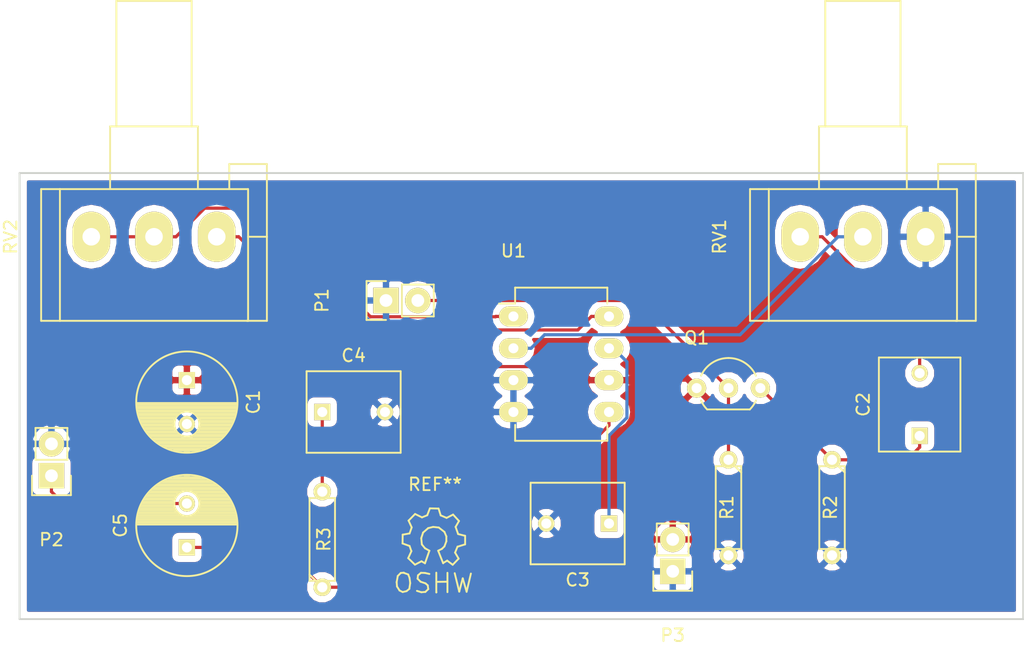
<source format=kicad_pcb>
(kicad_pcb (version 4) (host pcbnew 4.0.2+dfsg1-stable)

  (general
    (links 27)
    (no_connects 0)
    (area 93.904999 98.984999 174.065001 134.695001)
    (thickness 1.6)
    (drawings 4)
    (tracks 51)
    (zones 0)
    (modules 16)
    (nets 13)
  )

  (page USLetter)
  (title_block
    (title "The Tramp")
    (date 2018-04-20)
    (rev 1.0.0)
    (company "Gullickson Laboratories")
  )

  (layers
    (0 F.Cu signal)
    (31 B.Cu signal)
    (36 B.SilkS user)
    (37 F.SilkS user)
    (38 B.Mask user)
    (39 F.Mask user)
    (41 Cmts.User user)
    (44 Edge.Cuts user)
    (45 Margin user)
    (46 B.CrtYd user)
    (47 F.CrtYd user)
  )

  (setup
    (last_trace_width 0.254)
    (trace_clearance 0.1524)
    (zone_clearance 0.508)
    (zone_45_only no)
    (trace_min 0.1524)
    (segment_width 0.2)
    (edge_width 0.15)
    (via_size 0.6858)
    (via_drill 0.3302)
    (via_min_size 0.6858)
    (via_min_drill 0.3302)
    (uvia_size 0.6858)
    (uvia_drill 0.3302)
    (uvias_allowed no)
    (uvia_min_size 0)
    (uvia_min_drill 0)
    (pcb_text_width 0.3)
    (pcb_text_size 1.5 1.5)
    (mod_edge_width 0.15)
    (mod_text_size 1 1)
    (mod_text_width 0.15)
    (pad_size 1.524 1.524)
    (pad_drill 0.762)
    (pad_to_mask_clearance 0.0508)
    (aux_axis_origin 0 0)
    (visible_elements FFFFFF7F)
    (pcbplotparams
      (layerselection 0x00030_80000001)
      (usegerberextensions false)
      (excludeedgelayer true)
      (linewidth 0.100000)
      (plotframeref false)
      (viasonmask false)
      (mode 1)
      (useauxorigin false)
      (hpglpennumber 1)
      (hpglpenspeed 20)
      (hpglpendiameter 15)
      (hpglpenoverlay 2)
      (psnegative false)
      (psa4output false)
      (plotreference true)
      (plotvalue true)
      (plotinvisibletext false)
      (padsonsilk false)
      (subtractmaskfromsilk false)
      (outputformat 1)
      (mirror false)
      (drillshape 1)
      (scaleselection 1)
      (outputdirectory ""))
  )

  (net 0 "")
  (net 1 GND)
  (net 2 VCC)
  (net 3 "Net-(C2-Pad1)")
  (net 4 "Net-(C2-Pad2)")
  (net 5 "Net-(C3-Pad1)")
  (net 6 "Net-(C4-Pad1)")
  (net 7 "Net-(C5-Pad2)")
  (net 8 "Net-(C5-Pad1)")
  (net 9 "Net-(P1-Pad2)")
  (net 10 "Net-(RV1-Pad2)")
  (net 11 "Net-(RV2-Pad1)")
  (net 12 "Net-(RV2-Pad3)")

  (net_class Default "This is the default net class."
    (clearance 0.1524)
    (trace_width 0.254)
    (via_dia 0.6858)
    (via_drill 0.3302)
    (uvia_dia 0.6858)
    (uvia_drill 0.3302)
    (add_net GND)
    (add_net "Net-(C2-Pad1)")
    (add_net "Net-(C2-Pad2)")
    (add_net "Net-(C3-Pad1)")
    (add_net "Net-(C4-Pad1)")
    (add_net "Net-(C5-Pad1)")
    (add_net "Net-(C5-Pad2)")
    (add_net "Net-(P1-Pad2)")
    (add_net "Net-(RV1-Pad2)")
    (add_net "Net-(RV2-Pad1)")
    (add_net "Net-(RV2-Pad3)")
    (add_net VCC)
  )

  (net_class Power ""
    (clearance 0.1524)
    (trace_width 0.3048)
    (via_dia 0.6858)
    (via_drill 0.3302)
    (uvia_dia 0.6858)
    (uvia_drill 0.3302)
  )

  (module Capacitors_ThroughHole:C_Radial_D8_L11.5_P3.5 placed (layer F.Cu) (tedit 0) (tstamp 5ADA3890)
    (at 107.315 115.57 270)
    (descr "Radial Electrolytic Capacitor Diameter 8mm x Length 11.5mm, Pitch 3.5mm")
    (tags "Electrolytic Capacitor")
    (path /5AD9FFC6)
    (fp_text reference C1 (at 1.75 -5.3 270) (layer F.SilkS)
      (effects (font (size 1 1) (thickness 0.15)))
    )
    (fp_text value 100uf (at 1.75 5.3 270) (layer F.Fab)
      (effects (font (size 1 1) (thickness 0.15)))
    )
    (fp_line (start 1.825 -3.999) (end 1.825 3.999) (layer F.SilkS) (width 0.15))
    (fp_line (start 1.965 -3.994) (end 1.965 3.994) (layer F.SilkS) (width 0.15))
    (fp_line (start 2.105 -3.984) (end 2.105 3.984) (layer F.SilkS) (width 0.15))
    (fp_line (start 2.245 -3.969) (end 2.245 3.969) (layer F.SilkS) (width 0.15))
    (fp_line (start 2.385 -3.949) (end 2.385 3.949) (layer F.SilkS) (width 0.15))
    (fp_line (start 2.525 -3.924) (end 2.525 -0.222) (layer F.SilkS) (width 0.15))
    (fp_line (start 2.525 0.222) (end 2.525 3.924) (layer F.SilkS) (width 0.15))
    (fp_line (start 2.665 -3.894) (end 2.665 -0.55) (layer F.SilkS) (width 0.15))
    (fp_line (start 2.665 0.55) (end 2.665 3.894) (layer F.SilkS) (width 0.15))
    (fp_line (start 2.805 -3.858) (end 2.805 -0.719) (layer F.SilkS) (width 0.15))
    (fp_line (start 2.805 0.719) (end 2.805 3.858) (layer F.SilkS) (width 0.15))
    (fp_line (start 2.945 -3.817) (end 2.945 -0.832) (layer F.SilkS) (width 0.15))
    (fp_line (start 2.945 0.832) (end 2.945 3.817) (layer F.SilkS) (width 0.15))
    (fp_line (start 3.085 -3.771) (end 3.085 -0.91) (layer F.SilkS) (width 0.15))
    (fp_line (start 3.085 0.91) (end 3.085 3.771) (layer F.SilkS) (width 0.15))
    (fp_line (start 3.225 -3.718) (end 3.225 -0.961) (layer F.SilkS) (width 0.15))
    (fp_line (start 3.225 0.961) (end 3.225 3.718) (layer F.SilkS) (width 0.15))
    (fp_line (start 3.365 -3.659) (end 3.365 -0.991) (layer F.SilkS) (width 0.15))
    (fp_line (start 3.365 0.991) (end 3.365 3.659) (layer F.SilkS) (width 0.15))
    (fp_line (start 3.505 -3.594) (end 3.505 -1) (layer F.SilkS) (width 0.15))
    (fp_line (start 3.505 1) (end 3.505 3.594) (layer F.SilkS) (width 0.15))
    (fp_line (start 3.645 -3.523) (end 3.645 -0.989) (layer F.SilkS) (width 0.15))
    (fp_line (start 3.645 0.989) (end 3.645 3.523) (layer F.SilkS) (width 0.15))
    (fp_line (start 3.785 -3.444) (end 3.785 -0.959) (layer F.SilkS) (width 0.15))
    (fp_line (start 3.785 0.959) (end 3.785 3.444) (layer F.SilkS) (width 0.15))
    (fp_line (start 3.925 -3.357) (end 3.925 -0.905) (layer F.SilkS) (width 0.15))
    (fp_line (start 3.925 0.905) (end 3.925 3.357) (layer F.SilkS) (width 0.15))
    (fp_line (start 4.065 -3.262) (end 4.065 -0.825) (layer F.SilkS) (width 0.15))
    (fp_line (start 4.065 0.825) (end 4.065 3.262) (layer F.SilkS) (width 0.15))
    (fp_line (start 4.205 -3.158) (end 4.205 -0.709) (layer F.SilkS) (width 0.15))
    (fp_line (start 4.205 0.709) (end 4.205 3.158) (layer F.SilkS) (width 0.15))
    (fp_line (start 4.345 -3.044) (end 4.345 -0.535) (layer F.SilkS) (width 0.15))
    (fp_line (start 4.345 0.535) (end 4.345 3.044) (layer F.SilkS) (width 0.15))
    (fp_line (start 4.485 -2.919) (end 4.485 -0.173) (layer F.SilkS) (width 0.15))
    (fp_line (start 4.485 0.173) (end 4.485 2.919) (layer F.SilkS) (width 0.15))
    (fp_line (start 4.625 -2.781) (end 4.625 2.781) (layer F.SilkS) (width 0.15))
    (fp_line (start 4.765 -2.629) (end 4.765 2.629) (layer F.SilkS) (width 0.15))
    (fp_line (start 4.905 -2.459) (end 4.905 2.459) (layer F.SilkS) (width 0.15))
    (fp_line (start 5.045 -2.268) (end 5.045 2.268) (layer F.SilkS) (width 0.15))
    (fp_line (start 5.185 -2.05) (end 5.185 2.05) (layer F.SilkS) (width 0.15))
    (fp_line (start 5.325 -1.794) (end 5.325 1.794) (layer F.SilkS) (width 0.15))
    (fp_line (start 5.465 -1.483) (end 5.465 1.483) (layer F.SilkS) (width 0.15))
    (fp_line (start 5.605 -1.067) (end 5.605 1.067) (layer F.SilkS) (width 0.15))
    (fp_line (start 5.745 -0.2) (end 5.745 0.2) (layer F.SilkS) (width 0.15))
    (fp_circle (center 3.5 0) (end 3.5 -1) (layer F.SilkS) (width 0.15))
    (fp_circle (center 1.75 0) (end 1.75 -4.0375) (layer F.SilkS) (width 0.15))
    (fp_circle (center 1.75 0) (end 1.75 -4.3) (layer F.CrtYd) (width 0.05))
    (pad 2 thru_hole circle (at 3.5 0 270) (size 1.3 1.3) (drill 0.8) (layers *.Cu *.Mask F.SilkS)
      (net 1 GND))
    (pad 1 thru_hole rect (at 0 0 270) (size 1.3 1.3) (drill 0.8) (layers *.Cu *.Mask F.SilkS)
      (net 2 VCC))
    (model Capacitors_ThroughHole.3dshapes/C_Radial_D8_L11.5_P3.5.wrl
      (at (xyz 0 0 0))
      (scale (xyz 1 1 1))
      (rotate (xyz 0 0 0))
    )
  )

  (module Capacitors_ThroughHole:C_Rect_L7.5_W6.5_P5 placed (layer F.Cu) (tedit 0) (tstamp 5ADA3896)
    (at 165.735 120.015 90)
    (descr "Film Capacitor Length 7.5mm x Width 6.5mm, Pitch 5mm")
    (tags Capacitor)
    (path /5ADA00BD)
    (fp_text reference C2 (at 2.5 -4.5 90) (layer F.SilkS)
      (effects (font (size 1 1) (thickness 0.15)))
    )
    (fp_text value 47n (at 2.5 4.5 90) (layer F.Fab)
      (effects (font (size 1 1) (thickness 0.15)))
    )
    (fp_line (start -1.5 -3.5) (end 6.5 -3.5) (layer F.CrtYd) (width 0.05))
    (fp_line (start 6.5 -3.5) (end 6.5 3.5) (layer F.CrtYd) (width 0.05))
    (fp_line (start 6.5 3.5) (end -1.5 3.5) (layer F.CrtYd) (width 0.05))
    (fp_line (start -1.5 3.5) (end -1.5 -3.5) (layer F.CrtYd) (width 0.05))
    (fp_line (start -1.25 -3.25) (end 6.25 -3.25) (layer F.SilkS) (width 0.15))
    (fp_line (start 6.25 -3.25) (end 6.25 3.25) (layer F.SilkS) (width 0.15))
    (fp_line (start 6.25 3.25) (end -1.25 3.25) (layer F.SilkS) (width 0.15))
    (fp_line (start -1.25 3.25) (end -1.25 -3.25) (layer F.SilkS) (width 0.15))
    (pad 1 thru_hole rect (at 0 0 90) (size 1.3 1.3) (drill 0.8) (layers *.Cu *.Mask F.SilkS)
      (net 3 "Net-(C2-Pad1)"))
    (pad 2 thru_hole circle (at 5 0 90) (size 1.3 1.3) (drill 0.8) (layers *.Cu *.Mask F.SilkS)
      (net 4 "Net-(C2-Pad2)"))
  )

  (module Capacitors_ThroughHole:C_Rect_L7.5_W6.5_P5 placed (layer F.Cu) (tedit 0) (tstamp 5ADA389C)
    (at 140.97 127 180)
    (descr "Film Capacitor Length 7.5mm x Width 6.5mm, Pitch 5mm")
    (tags Capacitor)
    (path /5ADA025A)
    (fp_text reference C3 (at 2.5 -4.5 180) (layer F.SilkS)
      (effects (font (size 1 1) (thickness 0.15)))
    )
    (fp_text value 100n (at 2.5 4.5 180) (layer F.Fab)
      (effects (font (size 1 1) (thickness 0.15)))
    )
    (fp_line (start -1.5 -3.5) (end 6.5 -3.5) (layer F.CrtYd) (width 0.05))
    (fp_line (start 6.5 -3.5) (end 6.5 3.5) (layer F.CrtYd) (width 0.05))
    (fp_line (start 6.5 3.5) (end -1.5 3.5) (layer F.CrtYd) (width 0.05))
    (fp_line (start -1.5 3.5) (end -1.5 -3.5) (layer F.CrtYd) (width 0.05))
    (fp_line (start -1.25 -3.25) (end 6.25 -3.25) (layer F.SilkS) (width 0.15))
    (fp_line (start 6.25 -3.25) (end 6.25 3.25) (layer F.SilkS) (width 0.15))
    (fp_line (start 6.25 3.25) (end -1.25 3.25) (layer F.SilkS) (width 0.15))
    (fp_line (start -1.25 3.25) (end -1.25 -3.25) (layer F.SilkS) (width 0.15))
    (pad 1 thru_hole rect (at 0 0 180) (size 1.3 1.3) (drill 0.8) (layers *.Cu *.Mask F.SilkS)
      (net 5 "Net-(C3-Pad1)"))
    (pad 2 thru_hole circle (at 5 0 180) (size 1.3 1.3) (drill 0.8) (layers *.Cu *.Mask F.SilkS)
      (net 1 GND))
  )

  (module Capacitors_ThroughHole:C_Rect_L7.5_W6.5_P5 placed (layer F.Cu) (tedit 0) (tstamp 5ADA38A2)
    (at 118.11 118.11)
    (descr "Film Capacitor Length 7.5mm x Width 6.5mm, Pitch 5mm")
    (tags Capacitor)
    (path /5ADA0C34)
    (fp_text reference C4 (at 2.5 -4.5) (layer F.SilkS)
      (effects (font (size 1 1) (thickness 0.15)))
    )
    (fp_text value 47n (at 2.5 4.5) (layer F.Fab)
      (effects (font (size 1 1) (thickness 0.15)))
    )
    (fp_line (start -1.5 -3.5) (end 6.5 -3.5) (layer F.CrtYd) (width 0.05))
    (fp_line (start 6.5 -3.5) (end 6.5 3.5) (layer F.CrtYd) (width 0.05))
    (fp_line (start 6.5 3.5) (end -1.5 3.5) (layer F.CrtYd) (width 0.05))
    (fp_line (start -1.5 3.5) (end -1.5 -3.5) (layer F.CrtYd) (width 0.05))
    (fp_line (start -1.25 -3.25) (end 6.25 -3.25) (layer F.SilkS) (width 0.15))
    (fp_line (start 6.25 -3.25) (end 6.25 3.25) (layer F.SilkS) (width 0.15))
    (fp_line (start 6.25 3.25) (end -1.25 3.25) (layer F.SilkS) (width 0.15))
    (fp_line (start -1.25 3.25) (end -1.25 -3.25) (layer F.SilkS) (width 0.15))
    (pad 1 thru_hole rect (at 0 0) (size 1.3 1.3) (drill 0.8) (layers *.Cu *.Mask F.SilkS)
      (net 6 "Net-(C4-Pad1)"))
    (pad 2 thru_hole circle (at 5 0) (size 1.3 1.3) (drill 0.8) (layers *.Cu *.Mask F.SilkS)
      (net 1 GND))
  )

  (module Capacitors_ThroughHole:C_Radial_D8_L11.5_P3.5 placed (layer F.Cu) (tedit 0) (tstamp 5ADA38A8)
    (at 107.315 128.905 90)
    (descr "Radial Electrolytic Capacitor Diameter 8mm x Length 11.5mm, Pitch 3.5mm")
    (tags "Electrolytic Capacitor")
    (path /5AD9FF9B)
    (fp_text reference C5 (at 1.75 -5.3 90) (layer F.SilkS)
      (effects (font (size 1 1) (thickness 0.15)))
    )
    (fp_text value 220uf (at 1.75 5.3 90) (layer F.Fab)
      (effects (font (size 1 1) (thickness 0.15)))
    )
    (fp_line (start 1.825 -3.999) (end 1.825 3.999) (layer F.SilkS) (width 0.15))
    (fp_line (start 1.965 -3.994) (end 1.965 3.994) (layer F.SilkS) (width 0.15))
    (fp_line (start 2.105 -3.984) (end 2.105 3.984) (layer F.SilkS) (width 0.15))
    (fp_line (start 2.245 -3.969) (end 2.245 3.969) (layer F.SilkS) (width 0.15))
    (fp_line (start 2.385 -3.949) (end 2.385 3.949) (layer F.SilkS) (width 0.15))
    (fp_line (start 2.525 -3.924) (end 2.525 -0.222) (layer F.SilkS) (width 0.15))
    (fp_line (start 2.525 0.222) (end 2.525 3.924) (layer F.SilkS) (width 0.15))
    (fp_line (start 2.665 -3.894) (end 2.665 -0.55) (layer F.SilkS) (width 0.15))
    (fp_line (start 2.665 0.55) (end 2.665 3.894) (layer F.SilkS) (width 0.15))
    (fp_line (start 2.805 -3.858) (end 2.805 -0.719) (layer F.SilkS) (width 0.15))
    (fp_line (start 2.805 0.719) (end 2.805 3.858) (layer F.SilkS) (width 0.15))
    (fp_line (start 2.945 -3.817) (end 2.945 -0.832) (layer F.SilkS) (width 0.15))
    (fp_line (start 2.945 0.832) (end 2.945 3.817) (layer F.SilkS) (width 0.15))
    (fp_line (start 3.085 -3.771) (end 3.085 -0.91) (layer F.SilkS) (width 0.15))
    (fp_line (start 3.085 0.91) (end 3.085 3.771) (layer F.SilkS) (width 0.15))
    (fp_line (start 3.225 -3.718) (end 3.225 -0.961) (layer F.SilkS) (width 0.15))
    (fp_line (start 3.225 0.961) (end 3.225 3.718) (layer F.SilkS) (width 0.15))
    (fp_line (start 3.365 -3.659) (end 3.365 -0.991) (layer F.SilkS) (width 0.15))
    (fp_line (start 3.365 0.991) (end 3.365 3.659) (layer F.SilkS) (width 0.15))
    (fp_line (start 3.505 -3.594) (end 3.505 -1) (layer F.SilkS) (width 0.15))
    (fp_line (start 3.505 1) (end 3.505 3.594) (layer F.SilkS) (width 0.15))
    (fp_line (start 3.645 -3.523) (end 3.645 -0.989) (layer F.SilkS) (width 0.15))
    (fp_line (start 3.645 0.989) (end 3.645 3.523) (layer F.SilkS) (width 0.15))
    (fp_line (start 3.785 -3.444) (end 3.785 -0.959) (layer F.SilkS) (width 0.15))
    (fp_line (start 3.785 0.959) (end 3.785 3.444) (layer F.SilkS) (width 0.15))
    (fp_line (start 3.925 -3.357) (end 3.925 -0.905) (layer F.SilkS) (width 0.15))
    (fp_line (start 3.925 0.905) (end 3.925 3.357) (layer F.SilkS) (width 0.15))
    (fp_line (start 4.065 -3.262) (end 4.065 -0.825) (layer F.SilkS) (width 0.15))
    (fp_line (start 4.065 0.825) (end 4.065 3.262) (layer F.SilkS) (width 0.15))
    (fp_line (start 4.205 -3.158) (end 4.205 -0.709) (layer F.SilkS) (width 0.15))
    (fp_line (start 4.205 0.709) (end 4.205 3.158) (layer F.SilkS) (width 0.15))
    (fp_line (start 4.345 -3.044) (end 4.345 -0.535) (layer F.SilkS) (width 0.15))
    (fp_line (start 4.345 0.535) (end 4.345 3.044) (layer F.SilkS) (width 0.15))
    (fp_line (start 4.485 -2.919) (end 4.485 -0.173) (layer F.SilkS) (width 0.15))
    (fp_line (start 4.485 0.173) (end 4.485 2.919) (layer F.SilkS) (width 0.15))
    (fp_line (start 4.625 -2.781) (end 4.625 2.781) (layer F.SilkS) (width 0.15))
    (fp_line (start 4.765 -2.629) (end 4.765 2.629) (layer F.SilkS) (width 0.15))
    (fp_line (start 4.905 -2.459) (end 4.905 2.459) (layer F.SilkS) (width 0.15))
    (fp_line (start 5.045 -2.268) (end 5.045 2.268) (layer F.SilkS) (width 0.15))
    (fp_line (start 5.185 -2.05) (end 5.185 2.05) (layer F.SilkS) (width 0.15))
    (fp_line (start 5.325 -1.794) (end 5.325 1.794) (layer F.SilkS) (width 0.15))
    (fp_line (start 5.465 -1.483) (end 5.465 1.483) (layer F.SilkS) (width 0.15))
    (fp_line (start 5.605 -1.067) (end 5.605 1.067) (layer F.SilkS) (width 0.15))
    (fp_line (start 5.745 -0.2) (end 5.745 0.2) (layer F.SilkS) (width 0.15))
    (fp_circle (center 3.5 0) (end 3.5 -1) (layer F.SilkS) (width 0.15))
    (fp_circle (center 1.75 0) (end 1.75 -4.0375) (layer F.SilkS) (width 0.15))
    (fp_circle (center 1.75 0) (end 1.75 -4.3) (layer F.CrtYd) (width 0.05))
    (pad 2 thru_hole circle (at 3.5 0 90) (size 1.3 1.3) (drill 0.8) (layers *.Cu *.Mask F.SilkS)
      (net 7 "Net-(C5-Pad2)"))
    (pad 1 thru_hole rect (at 0 0 90) (size 1.3 1.3) (drill 0.8) (layers *.Cu *.Mask F.SilkS)
      (net 8 "Net-(C5-Pad1)"))
    (model Capacitors_ThroughHole.3dshapes/C_Radial_D8_L11.5_P3.5.wrl
      (at (xyz 0 0 0))
      (scale (xyz 1 1 1))
      (rotate (xyz 0 0 0))
    )
  )

  (module Pin_Headers:Pin_Header_Straight_1x02 placed (layer F.Cu) (tedit 54EA090C) (tstamp 5ADA38AE)
    (at 123.19 109.22 90)
    (descr "Through hole pin header")
    (tags "pin header")
    (path /5ADA38CB)
    (fp_text reference P1 (at 0 -5.1 90) (layer F.SilkS)
      (effects (font (size 1 1) (thickness 0.15)))
    )
    (fp_text value CONN_01X02 (at 0 -3.1 90) (layer F.Fab)
      (effects (font (size 1 1) (thickness 0.15)))
    )
    (fp_line (start 1.27 1.27) (end 1.27 3.81) (layer F.SilkS) (width 0.15))
    (fp_line (start 1.55 -1.55) (end 1.55 0) (layer F.SilkS) (width 0.15))
    (fp_line (start -1.75 -1.75) (end -1.75 4.3) (layer F.CrtYd) (width 0.05))
    (fp_line (start 1.75 -1.75) (end 1.75 4.3) (layer F.CrtYd) (width 0.05))
    (fp_line (start -1.75 -1.75) (end 1.75 -1.75) (layer F.CrtYd) (width 0.05))
    (fp_line (start -1.75 4.3) (end 1.75 4.3) (layer F.CrtYd) (width 0.05))
    (fp_line (start 1.27 1.27) (end -1.27 1.27) (layer F.SilkS) (width 0.15))
    (fp_line (start -1.55 0) (end -1.55 -1.55) (layer F.SilkS) (width 0.15))
    (fp_line (start -1.55 -1.55) (end 1.55 -1.55) (layer F.SilkS) (width 0.15))
    (fp_line (start -1.27 1.27) (end -1.27 3.81) (layer F.SilkS) (width 0.15))
    (fp_line (start -1.27 3.81) (end 1.27 3.81) (layer F.SilkS) (width 0.15))
    (pad 1 thru_hole rect (at 0 0 90) (size 2.032 2.032) (drill 1.016) (layers *.Cu *.Mask F.SilkS)
      (net 1 GND))
    (pad 2 thru_hole oval (at 0 2.54 90) (size 2.032 2.032) (drill 1.016) (layers *.Cu *.Mask F.SilkS)
      (net 9 "Net-(P1-Pad2)"))
    (model Pin_Headers.3dshapes/Pin_Header_Straight_1x02.wrl
      (at (xyz 0 -0.05 0))
      (scale (xyz 1 1 1))
      (rotate (xyz 0 0 90))
    )
  )

  (module Pin_Headers:Pin_Header_Straight_1x02 placed (layer F.Cu) (tedit 54EA090C) (tstamp 5ADA38B4)
    (at 96.52 123.19 180)
    (descr "Through hole pin header")
    (tags "pin header")
    (path /5ADA31D0)
    (fp_text reference P2 (at 0 -5.1 180) (layer F.SilkS)
      (effects (font (size 1 1) (thickness 0.15)))
    )
    (fp_text value CONN_01X02 (at 0 -3.1 180) (layer F.Fab)
      (effects (font (size 1 1) (thickness 0.15)))
    )
    (fp_line (start 1.27 1.27) (end 1.27 3.81) (layer F.SilkS) (width 0.15))
    (fp_line (start 1.55 -1.55) (end 1.55 0) (layer F.SilkS) (width 0.15))
    (fp_line (start -1.75 -1.75) (end -1.75 4.3) (layer F.CrtYd) (width 0.05))
    (fp_line (start 1.75 -1.75) (end 1.75 4.3) (layer F.CrtYd) (width 0.05))
    (fp_line (start -1.75 -1.75) (end 1.75 -1.75) (layer F.CrtYd) (width 0.05))
    (fp_line (start -1.75 4.3) (end 1.75 4.3) (layer F.CrtYd) (width 0.05))
    (fp_line (start 1.27 1.27) (end -1.27 1.27) (layer F.SilkS) (width 0.15))
    (fp_line (start -1.55 0) (end -1.55 -1.55) (layer F.SilkS) (width 0.15))
    (fp_line (start -1.55 -1.55) (end 1.55 -1.55) (layer F.SilkS) (width 0.15))
    (fp_line (start -1.27 1.27) (end -1.27 3.81) (layer F.SilkS) (width 0.15))
    (fp_line (start -1.27 3.81) (end 1.27 3.81) (layer F.SilkS) (width 0.15))
    (pad 1 thru_hole rect (at 0 0 180) (size 2.032 2.032) (drill 1.016) (layers *.Cu *.Mask F.SilkS)
      (net 7 "Net-(C5-Pad2)"))
    (pad 2 thru_hole oval (at 0 2.54 180) (size 2.032 2.032) (drill 1.016) (layers *.Cu *.Mask F.SilkS)
      (net 1 GND))
    (model Pin_Headers.3dshapes/Pin_Header_Straight_1x02.wrl
      (at (xyz 0 -0.05 0))
      (scale (xyz 1 1 1))
      (rotate (xyz 0 0 90))
    )
  )

  (module TO_SOT_Packages_THT:TO-92_Inline_Wide placed (layer F.Cu) (tedit 54F242B4) (tstamp 5ADA38BB)
    (at 147.955 116.205)
    (descr "TO-92 leads in-line, wide, drill 0.8mm (see NXP sot054_po.pdf)")
    (tags "to-92 sc-43 sc-43a sot54 PA33 transistor")
    (path /5ADA02C2)
    (fp_text reference Q1 (at 0 -4 180) (layer F.SilkS)
      (effects (font (size 1 1) (thickness 0.15)))
    )
    (fp_text value MPF102 (at 0 3) (layer F.Fab)
      (effects (font (size 1 1) (thickness 0.15)))
    )
    (fp_arc (start 2.54 0) (end 0.84 1.7) (angle 20.5) (layer F.SilkS) (width 0.15))
    (fp_arc (start 2.54 0) (end 4.24 1.7) (angle -20.5) (layer F.SilkS) (width 0.15))
    (fp_line (start -1 1.95) (end -1 -2.65) (layer F.CrtYd) (width 0.05))
    (fp_line (start -1 1.95) (end 6.1 1.95) (layer F.CrtYd) (width 0.05))
    (fp_line (start 0.84 1.7) (end 4.24 1.7) (layer F.SilkS) (width 0.15))
    (fp_arc (start 2.54 0) (end 2.54 -2.4) (angle -65.55604127) (layer F.SilkS) (width 0.15))
    (fp_arc (start 2.54 0) (end 2.54 -2.4) (angle 65.55604127) (layer F.SilkS) (width 0.15))
    (fp_line (start -1 -2.65) (end 6.1 -2.65) (layer F.CrtYd) (width 0.05))
    (fp_line (start 6.1 1.95) (end 6.1 -2.65) (layer F.CrtYd) (width 0.05))
    (pad 2 thru_hole circle (at 2.54 0 90) (size 1.524 1.524) (drill 0.8) (layers *.Cu *.Mask F.SilkS)
      (net 9 "Net-(P1-Pad2)"))
    (pad 3 thru_hole circle (at 5.08 0 90) (size 1.524 1.524) (drill 0.8) (layers *.Cu *.Mask F.SilkS)
      (net 3 "Net-(C2-Pad1)"))
    (pad 1 thru_hole circle (at 0 0 90) (size 1.524 1.524) (drill 0.8) (layers *.Cu *.Mask F.SilkS)
      (net 2 VCC))
    (model TO_SOT_Packages_THT.3dshapes/TO-92_Inline_Wide.wrl
      (at (xyz 0.1 0 0))
      (scale (xyz 1 1 1))
      (rotate (xyz 0 0 -90))
    )
  )

  (module Discret:R3 placed (layer F.Cu) (tedit 0) (tstamp 5ADA38C1)
    (at 150.495 125.73 270)
    (descr "Resitance 3 pas")
    (tags R)
    (path /5ADA01A6)
    (fp_text reference R1 (at 0 0.127 270) (layer F.SilkS)
      (effects (font (size 1 1) (thickness 0.15)))
    )
    (fp_text value 1M5 (at 0 0.127 270) (layer F.Fab)
      (effects (font (size 1 1) (thickness 0.15)))
    )
    (fp_line (start -3.81 0) (end -3.302 0) (layer F.SilkS) (width 0.15))
    (fp_line (start 3.81 0) (end 3.302 0) (layer F.SilkS) (width 0.15))
    (fp_line (start 3.302 0) (end 3.302 -1.016) (layer F.SilkS) (width 0.15))
    (fp_line (start 3.302 -1.016) (end -3.302 -1.016) (layer F.SilkS) (width 0.15))
    (fp_line (start -3.302 -1.016) (end -3.302 1.016) (layer F.SilkS) (width 0.15))
    (fp_line (start -3.302 1.016) (end 3.302 1.016) (layer F.SilkS) (width 0.15))
    (fp_line (start 3.302 1.016) (end 3.302 0) (layer F.SilkS) (width 0.15))
    (fp_line (start -3.302 -0.508) (end -2.794 -1.016) (layer F.SilkS) (width 0.15))
    (pad 1 thru_hole circle (at -3.81 0 270) (size 1.397 1.397) (drill 0.8128) (layers *.Cu *.Mask F.SilkS)
      (net 9 "Net-(P1-Pad2)"))
    (pad 2 thru_hole circle (at 3.81 0 270) (size 1.397 1.397) (drill 0.8128) (layers *.Cu *.Mask F.SilkS)
      (net 1 GND))
    (model Discret.3dshapes/R3.wrl
      (at (xyz 0 0 0))
      (scale (xyz 0.3 0.3 0.3))
      (rotate (xyz 0 0 0))
    )
  )

  (module Discret:R3 placed (layer F.Cu) (tedit 0) (tstamp 5ADA38C7)
    (at 158.75 125.73 270)
    (descr "Resitance 3 pas")
    (tags R)
    (path /5ADA0142)
    (fp_text reference R2 (at 0 0.127 270) (layer F.SilkS)
      (effects (font (size 1 1) (thickness 0.15)))
    )
    (fp_text value 3k9 (at 0 0.127 270) (layer F.Fab)
      (effects (font (size 1 1) (thickness 0.15)))
    )
    (fp_line (start -3.81 0) (end -3.302 0) (layer F.SilkS) (width 0.15))
    (fp_line (start 3.81 0) (end 3.302 0) (layer F.SilkS) (width 0.15))
    (fp_line (start 3.302 0) (end 3.302 -1.016) (layer F.SilkS) (width 0.15))
    (fp_line (start 3.302 -1.016) (end -3.302 -1.016) (layer F.SilkS) (width 0.15))
    (fp_line (start -3.302 -1.016) (end -3.302 1.016) (layer F.SilkS) (width 0.15))
    (fp_line (start -3.302 1.016) (end 3.302 1.016) (layer F.SilkS) (width 0.15))
    (fp_line (start 3.302 1.016) (end 3.302 0) (layer F.SilkS) (width 0.15))
    (fp_line (start -3.302 -0.508) (end -2.794 -1.016) (layer F.SilkS) (width 0.15))
    (pad 1 thru_hole circle (at -3.81 0 270) (size 1.397 1.397) (drill 0.8128) (layers *.Cu *.Mask F.SilkS)
      (net 3 "Net-(C2-Pad1)"))
    (pad 2 thru_hole circle (at 3.81 0 270) (size 1.397 1.397) (drill 0.8128) (layers *.Cu *.Mask F.SilkS)
      (net 1 GND))
    (model Discret.3dshapes/R3.wrl
      (at (xyz 0 0 0))
      (scale (xyz 0.3 0.3 0.3))
      (rotate (xyz 0 0 0))
    )
  )

  (module Discret:R3 placed (layer F.Cu) (tedit 0) (tstamp 5ADA38CD)
    (at 118.11 128.27 90)
    (descr "Resitance 3 pas")
    (tags R)
    (path /5ADA0106)
    (fp_text reference R3 (at 0 0.127 90) (layer F.SilkS)
      (effects (font (size 1 1) (thickness 0.15)))
    )
    (fp_text value 10 (at 0 0.127 90) (layer F.Fab)
      (effects (font (size 1 1) (thickness 0.15)))
    )
    (fp_line (start -3.81 0) (end -3.302 0) (layer F.SilkS) (width 0.15))
    (fp_line (start 3.81 0) (end 3.302 0) (layer F.SilkS) (width 0.15))
    (fp_line (start 3.302 0) (end 3.302 -1.016) (layer F.SilkS) (width 0.15))
    (fp_line (start 3.302 -1.016) (end -3.302 -1.016) (layer F.SilkS) (width 0.15))
    (fp_line (start -3.302 -1.016) (end -3.302 1.016) (layer F.SilkS) (width 0.15))
    (fp_line (start -3.302 1.016) (end 3.302 1.016) (layer F.SilkS) (width 0.15))
    (fp_line (start 3.302 1.016) (end 3.302 0) (layer F.SilkS) (width 0.15))
    (fp_line (start -3.302 -0.508) (end -2.794 -1.016) (layer F.SilkS) (width 0.15))
    (pad 1 thru_hole circle (at -3.81 0 90) (size 1.397 1.397) (drill 0.8128) (layers *.Cu *.Mask F.SilkS)
      (net 8 "Net-(C5-Pad1)"))
    (pad 2 thru_hole circle (at 3.81 0 90) (size 1.397 1.397) (drill 0.8128) (layers *.Cu *.Mask F.SilkS)
      (net 6 "Net-(C4-Pad1)"))
    (model Discret.3dshapes/R3.wrl
      (at (xyz 0 0 0))
      (scale (xyz 0.3 0.3 0.3))
      (rotate (xyz 0 0 0))
    )
  )

  (module Potentiometers:Potentiometer_Alps-RK16-single_largePads placed (layer F.Cu) (tedit 5446FD75) (tstamp 5ADA38D4)
    (at 156.21 104.14 90)
    (descr "Potentiometer, Alps, RK16, single, large Pads, RevA, 30 July 2010,")
    (tags "Potentiometer, Alps, RK16, single, large Pads, RevA, 30 July 2010,")
    (path /5ADA01D4)
    (fp_text reference RV1 (at 0 -6.42874 90) (layer F.SilkS)
      (effects (font (size 1 1) (thickness 0.15)))
    )
    (fp_text value 10k (at 0 16.43126 90) (layer F.Fab)
      (effects (font (size 1 1) (thickness 0.15)))
    )
    (fp_line (start 0 14.00048) (end -6.70052 14.00048) (layer F.SilkS) (width 0.15))
    (fp_line (start -6.70052 14.00048) (end -6.70052 12.40028) (layer F.SilkS) (width 0.15))
    (fp_line (start 3.79984 -2.49936) (end 3.79984 -3.99796) (layer F.SilkS) (width 0.15))
    (fp_line (start 3.79984 -3.99796) (end -6.70052 -3.99796) (layer F.SilkS) (width 0.15))
    (fp_line (start -6.70052 -3.99796) (end -6.70052 -2.49936) (layer F.SilkS) (width 0.15))
    (fp_line (start 3.79984 11.00074) (end 5.79882 11.00074) (layer F.SilkS) (width 0.15))
    (fp_line (start 5.79882 11.00074) (end 5.79882 14.00048) (layer F.SilkS) (width 0.15))
    (fp_line (start 5.79882 14.00048) (end 0 14.00048) (layer F.SilkS) (width 0.15))
    (fp_line (start 0 14.00048) (end 0 12.50188) (layer F.SilkS) (width 0.15))
    (fp_line (start 8.8011 2.00152) (end 18.80108 2.00152) (layer F.SilkS) (width 0.15))
    (fp_line (start 18.80108 2.00152) (end 18.80108 8.001) (layer F.SilkS) (width 0.15))
    (fp_line (start 18.80108 8.001) (end 8.8011 8.001) (layer F.SilkS) (width 0.15))
    (fp_line (start 3.79984 1.50114) (end 8.8011 1.50114) (layer F.SilkS) (width 0.15))
    (fp_line (start 8.8011 1.50114) (end 8.8011 8.50138) (layer F.SilkS) (width 0.15))
    (fp_line (start 8.8011 8.50138) (end 3.79984 8.50138) (layer F.SilkS) (width 0.15))
    (fp_line (start 3.79984 -2.49936) (end -6.70052 -2.49936) (layer F.SilkS) (width 0.15))
    (fp_line (start -6.70052 -2.49936) (end -6.70052 12.50188) (layer F.SilkS) (width 0.15))
    (fp_line (start -6.70052 12.50188) (end 3.79984 12.50188) (layer F.SilkS) (width 0.15))
    (fp_line (start 3.79984 12.50188) (end 3.79984 -2.49936) (layer F.SilkS) (width 0.15))
    (pad 2 thru_hole oval (at 0 5.00126 90) (size 4.0005 2.99974) (drill 1.39954) (layers *.Cu *.Mask F.SilkS)
      (net 10 "Net-(RV1-Pad2)"))
    (pad 3 thru_hole oval (at 0 10.00252 90) (size 4.0005 2.99974) (drill 1.39954) (layers *.Cu *.Mask F.SilkS)
      (net 1 GND))
    (pad 1 thru_hole oval (at 0 0 90) (size 4.0005 2.99974) (drill 1.39954) (layers *.Cu *.Mask F.SilkS)
      (net 4 "Net-(C2-Pad2)"))
  )

  (module Potentiometers:Potentiometer_Alps-RK16-single_largePads placed (layer F.Cu) (tedit 5446FD75) (tstamp 5ADA38DB)
    (at 99.695 104.14 90)
    (descr "Potentiometer, Alps, RK16, single, large Pads, RevA, 30 July 2010,")
    (tags "Potentiometer, Alps, RK16, single, large Pads, RevA, 30 July 2010,")
    (path /5ADA0201)
    (fp_text reference RV2 (at 0 -6.42874 90) (layer F.SilkS)
      (effects (font (size 1 1) (thickness 0.15)))
    )
    (fp_text value 1k (at 0 16.43126 90) (layer F.Fab)
      (effects (font (size 1 1) (thickness 0.15)))
    )
    (fp_line (start 0 14.00048) (end -6.70052 14.00048) (layer F.SilkS) (width 0.15))
    (fp_line (start -6.70052 14.00048) (end -6.70052 12.40028) (layer F.SilkS) (width 0.15))
    (fp_line (start 3.79984 -2.49936) (end 3.79984 -3.99796) (layer F.SilkS) (width 0.15))
    (fp_line (start 3.79984 -3.99796) (end -6.70052 -3.99796) (layer F.SilkS) (width 0.15))
    (fp_line (start -6.70052 -3.99796) (end -6.70052 -2.49936) (layer F.SilkS) (width 0.15))
    (fp_line (start 3.79984 11.00074) (end 5.79882 11.00074) (layer F.SilkS) (width 0.15))
    (fp_line (start 5.79882 11.00074) (end 5.79882 14.00048) (layer F.SilkS) (width 0.15))
    (fp_line (start 5.79882 14.00048) (end 0 14.00048) (layer F.SilkS) (width 0.15))
    (fp_line (start 0 14.00048) (end 0 12.50188) (layer F.SilkS) (width 0.15))
    (fp_line (start 8.8011 2.00152) (end 18.80108 2.00152) (layer F.SilkS) (width 0.15))
    (fp_line (start 18.80108 2.00152) (end 18.80108 8.001) (layer F.SilkS) (width 0.15))
    (fp_line (start 18.80108 8.001) (end 8.8011 8.001) (layer F.SilkS) (width 0.15))
    (fp_line (start 3.79984 1.50114) (end 8.8011 1.50114) (layer F.SilkS) (width 0.15))
    (fp_line (start 8.8011 1.50114) (end 8.8011 8.50138) (layer F.SilkS) (width 0.15))
    (fp_line (start 8.8011 8.50138) (end 3.79984 8.50138) (layer F.SilkS) (width 0.15))
    (fp_line (start 3.79984 -2.49936) (end -6.70052 -2.49936) (layer F.SilkS) (width 0.15))
    (fp_line (start -6.70052 -2.49936) (end -6.70052 12.50188) (layer F.SilkS) (width 0.15))
    (fp_line (start -6.70052 12.50188) (end 3.79984 12.50188) (layer F.SilkS) (width 0.15))
    (fp_line (start 3.79984 12.50188) (end 3.79984 -2.49936) (layer F.SilkS) (width 0.15))
    (pad 2 thru_hole oval (at 0 5.00126 90) (size 4.0005 2.99974) (drill 1.39954) (layers *.Cu *.Mask F.SilkS)
      (net 11 "Net-(RV2-Pad1)"))
    (pad 3 thru_hole oval (at 0 10.00252 90) (size 4.0005 2.99974) (drill 1.39954) (layers *.Cu *.Mask F.SilkS)
      (net 12 "Net-(RV2-Pad3)"))
    (pad 1 thru_hole oval (at 0 0 90) (size 4.0005 2.99974) (drill 1.39954) (layers *.Cu *.Mask F.SilkS)
      (net 11 "Net-(RV2-Pad1)"))
  )

  (module Housings_DIP:DIP-8_W7.62mm_LongPads placed (layer F.Cu) (tedit 54130A77) (tstamp 5ADA38E7)
    (at 133.35 110.49)
    (descr "8-lead dip package, row spacing 7.62 mm (300 mils), longer pads")
    (tags "dil dip 2.54 300")
    (path /5ADA290D)
    (fp_text reference U1 (at 0 -5.22) (layer F.SilkS)
      (effects (font (size 1 1) (thickness 0.15)))
    )
    (fp_text value LM386jjg (at 0 -3.72) (layer F.Fab)
      (effects (font (size 1 1) (thickness 0.15)))
    )
    (fp_line (start -1.4 -2.45) (end -1.4 10.1) (layer F.CrtYd) (width 0.05))
    (fp_line (start 9 -2.45) (end 9 10.1) (layer F.CrtYd) (width 0.05))
    (fp_line (start -1.4 -2.45) (end 9 -2.45) (layer F.CrtYd) (width 0.05))
    (fp_line (start -1.4 10.1) (end 9 10.1) (layer F.CrtYd) (width 0.05))
    (fp_line (start 0.135 -2.295) (end 0.135 -1.025) (layer F.SilkS) (width 0.15))
    (fp_line (start 7.485 -2.295) (end 7.485 -1.025) (layer F.SilkS) (width 0.15))
    (fp_line (start 7.485 9.915) (end 7.485 8.645) (layer F.SilkS) (width 0.15))
    (fp_line (start 0.135 9.915) (end 0.135 8.645) (layer F.SilkS) (width 0.15))
    (fp_line (start 0.135 -2.295) (end 7.485 -2.295) (layer F.SilkS) (width 0.15))
    (fp_line (start 0.135 9.915) (end 7.485 9.915) (layer F.SilkS) (width 0.15))
    (fp_line (start 0.135 -1.025) (end -1.15 -1.025) (layer F.SilkS) (width 0.15))
    (pad 1 thru_hole oval (at 0 0) (size 2.3 1.6) (drill 0.8) (layers *.Cu *.Mask F.SilkS)
      (net 11 "Net-(RV2-Pad1)"))
    (pad 2 thru_hole oval (at 0 2.54) (size 2.3 1.6) (drill 0.8) (layers *.Cu *.Mask F.SilkS)
      (net 10 "Net-(RV1-Pad2)"))
    (pad 3 thru_hole oval (at 0 5.08) (size 2.3 1.6) (drill 0.8) (layers *.Cu *.Mask F.SilkS)
      (net 1 GND))
    (pad 4 thru_hole oval (at 0 7.62) (size 2.3 1.6) (drill 0.8) (layers *.Cu *.Mask F.SilkS)
      (net 1 GND))
    (pad 5 thru_hole oval (at 7.62 7.62) (size 2.3 1.6) (drill 0.8) (layers *.Cu *.Mask F.SilkS)
      (net 8 "Net-(C5-Pad1)"))
    (pad 6 thru_hole oval (at 7.62 5.08) (size 2.3 1.6) (drill 0.8) (layers *.Cu *.Mask F.SilkS)
      (net 2 VCC))
    (pad 7 thru_hole oval (at 7.62 2.54) (size 2.3 1.6) (drill 0.8) (layers *.Cu *.Mask F.SilkS)
      (net 5 "Net-(C3-Pad1)"))
    (pad 8 thru_hole oval (at 7.62 0) (size 2.3 1.6) (drill 0.8) (layers *.Cu *.Mask F.SilkS)
      (net 12 "Net-(RV2-Pad3)"))
    (model Housings_DIP.3dshapes/DIP-8_W7.62mm_LongPads.wrl
      (at (xyz 0 0 0))
      (scale (xyz 1 1 1))
      (rotate (xyz 0 0 0))
    )
  )

  (module Symbols:Symbol_OSHW-Logo_SilkScreen (layer F.Cu) (tedit 0) (tstamp 5ADA3FF3)
    (at 127 128.27)
    (descr "Symbol, OSHW-Logo, Silk Screen,")
    (tags "Symbol, OSHW-Logo, Silk Screen,")
    (fp_text reference REF** (at 0.09906 -4.38912) (layer F.SilkS)
      (effects (font (size 1 1) (thickness 0.15)))
    )
    (fp_text value Symbol_OSHW-Logo_SilkScreen (at 0.30988 6.56082) (layer F.Fab)
      (effects (font (size 1 1) (thickness 0.15)))
    )
    (fp_line (start 1.66878 2.68986) (end 2.02946 4.16052) (layer F.SilkS) (width 0.15))
    (fp_line (start 2.02946 4.16052) (end 2.30886 3.0988) (layer F.SilkS) (width 0.15))
    (fp_line (start 2.30886 3.0988) (end 2.61874 4.17068) (layer F.SilkS) (width 0.15))
    (fp_line (start 2.61874 4.17068) (end 2.9591 2.72034) (layer F.SilkS) (width 0.15))
    (fp_line (start 0.24892 3.38074) (end 1.03886 3.37058) (layer F.SilkS) (width 0.15))
    (fp_line (start 1.03886 3.37058) (end 1.04902 3.38074) (layer F.SilkS) (width 0.15))
    (fp_line (start 1.04902 3.38074) (end 1.04902 3.37058) (layer F.SilkS) (width 0.15))
    (fp_line (start 1.08966 2.65938) (end 1.08966 4.20116) (layer F.SilkS) (width 0.15))
    (fp_line (start 0.20066 2.64922) (end 0.20066 4.21894) (layer F.SilkS) (width 0.15))
    (fp_line (start 0.20066 4.21894) (end 0.21082 4.20878) (layer F.SilkS) (width 0.15))
    (fp_line (start -0.35052 2.75082) (end -0.70104 2.66954) (layer F.SilkS) (width 0.15))
    (fp_line (start -0.70104 2.66954) (end -1.02108 2.65938) (layer F.SilkS) (width 0.15))
    (fp_line (start -1.02108 2.65938) (end -1.25984 2.86004) (layer F.SilkS) (width 0.15))
    (fp_line (start -1.25984 2.86004) (end -1.29032 3.12928) (layer F.SilkS) (width 0.15))
    (fp_line (start -1.29032 3.12928) (end -1.04902 3.37058) (layer F.SilkS) (width 0.15))
    (fp_line (start -1.04902 3.37058) (end -0.6604 3.50012) (layer F.SilkS) (width 0.15))
    (fp_line (start -0.6604 3.50012) (end -0.48006 3.66014) (layer F.SilkS) (width 0.15))
    (fp_line (start -0.48006 3.66014) (end -0.43942 3.95986) (layer F.SilkS) (width 0.15))
    (fp_line (start -0.43942 3.95986) (end -0.67056 4.18084) (layer F.SilkS) (width 0.15))
    (fp_line (start -0.67056 4.18084) (end -0.9906 4.20878) (layer F.SilkS) (width 0.15))
    (fp_line (start -0.9906 4.20878) (end -1.34112 4.09956) (layer F.SilkS) (width 0.15))
    (fp_line (start -2.37998 2.64922) (end -2.6289 2.66954) (layer F.SilkS) (width 0.15))
    (fp_line (start -2.6289 2.66954) (end -2.8702 2.91084) (layer F.SilkS) (width 0.15))
    (fp_line (start -2.8702 2.91084) (end -2.9591 3.40106) (layer F.SilkS) (width 0.15))
    (fp_line (start -2.9591 3.40106) (end -2.93116 3.74904) (layer F.SilkS) (width 0.15))
    (fp_line (start -2.93116 3.74904) (end -2.7305 4.06908) (layer F.SilkS) (width 0.15))
    (fp_line (start -2.7305 4.06908) (end -2.47904 4.191) (layer F.SilkS) (width 0.15))
    (fp_line (start -2.47904 4.191) (end -2.16916 4.11988) (layer F.SilkS) (width 0.15))
    (fp_line (start -2.16916 4.11988) (end -1.95072 3.93954) (layer F.SilkS) (width 0.15))
    (fp_line (start -1.95072 3.93954) (end -1.8796 3.4798) (layer F.SilkS) (width 0.15))
    (fp_line (start -1.8796 3.4798) (end -1.9304 3.07086) (layer F.SilkS) (width 0.15))
    (fp_line (start -1.9304 3.07086) (end -2.03962 2.78892) (layer F.SilkS) (width 0.15))
    (fp_line (start -2.03962 2.78892) (end -2.4003 2.65938) (layer F.SilkS) (width 0.15))
    (fp_line (start -1.78054 0.92964) (end -2.03962 1.49098) (layer F.SilkS) (width 0.15))
    (fp_line (start -2.03962 1.49098) (end -1.50114 2.00914) (layer F.SilkS) (width 0.15))
    (fp_line (start -1.50114 2.00914) (end -0.98044 1.7399) (layer F.SilkS) (width 0.15))
    (fp_line (start -0.98044 1.7399) (end -0.70104 1.89992) (layer F.SilkS) (width 0.15))
    (fp_line (start 0.73914 1.8796) (end 1.06934 1.6891) (layer F.SilkS) (width 0.15))
    (fp_line (start 1.06934 1.6891) (end 1.50876 2.0193) (layer F.SilkS) (width 0.15))
    (fp_line (start 1.50876 2.0193) (end 1.9812 1.52908) (layer F.SilkS) (width 0.15))
    (fp_line (start 1.9812 1.52908) (end 1.69926 1.04902) (layer F.SilkS) (width 0.15))
    (fp_line (start 1.69926 1.04902) (end 1.88976 0.57912) (layer F.SilkS) (width 0.15))
    (fp_line (start 1.88976 0.57912) (end 2.49936 0.39116) (layer F.SilkS) (width 0.15))
    (fp_line (start 2.49936 0.39116) (end 2.49936 -0.28956) (layer F.SilkS) (width 0.15))
    (fp_line (start 2.49936 -0.28956) (end 1.94056 -0.42926) (layer F.SilkS) (width 0.15))
    (fp_line (start 1.94056 -0.42926) (end 1.7399 -1.00076) (layer F.SilkS) (width 0.15))
    (fp_line (start 1.7399 -1.00076) (end 2.00914 -1.47066) (layer F.SilkS) (width 0.15))
    (fp_line (start 2.00914 -1.47066) (end 1.53924 -1.9812) (layer F.SilkS) (width 0.15))
    (fp_line (start 1.53924 -1.9812) (end 1.02108 -1.71958) (layer F.SilkS) (width 0.15))
    (fp_line (start 1.02108 -1.71958) (end 0.55118 -1.92024) (layer F.SilkS) (width 0.15))
    (fp_line (start 0.55118 -1.92024) (end 0.381 -2.46126) (layer F.SilkS) (width 0.15))
    (fp_line (start 0.381 -2.46126) (end -0.30988 -2.47904) (layer F.SilkS) (width 0.15))
    (fp_line (start -0.30988 -2.47904) (end -0.5207 -1.9304) (layer F.SilkS) (width 0.15))
    (fp_line (start -0.5207 -1.9304) (end -0.9398 -1.76022) (layer F.SilkS) (width 0.15))
    (fp_line (start -0.9398 -1.76022) (end -1.49098 -2.02946) (layer F.SilkS) (width 0.15))
    (fp_line (start -1.49098 -2.02946) (end -2.00914 -1.50114) (layer F.SilkS) (width 0.15))
    (fp_line (start -2.00914 -1.50114) (end -1.76022 -0.96012) (layer F.SilkS) (width 0.15))
    (fp_line (start -1.76022 -0.96012) (end -1.9304 -0.48006) (layer F.SilkS) (width 0.15))
    (fp_line (start -1.9304 -0.48006) (end -2.47904 -0.381) (layer F.SilkS) (width 0.15))
    (fp_line (start -2.47904 -0.381) (end -2.4892 0.32004) (layer F.SilkS) (width 0.15))
    (fp_line (start -2.4892 0.32004) (end -1.9304 0.5207) (layer F.SilkS) (width 0.15))
    (fp_line (start -1.9304 0.5207) (end -1.7907 0.91948) (layer F.SilkS) (width 0.15))
    (fp_line (start 0.35052 0.89916) (end 0.65024 0.7493) (layer F.SilkS) (width 0.15))
    (fp_line (start 0.65024 0.7493) (end 0.8509 0.55118) (layer F.SilkS) (width 0.15))
    (fp_line (start 0.8509 0.55118) (end 1.00076 0.14986) (layer F.SilkS) (width 0.15))
    (fp_line (start 1.00076 0.14986) (end 1.00076 -0.24892) (layer F.SilkS) (width 0.15))
    (fp_line (start 1.00076 -0.24892) (end 0.8509 -0.59944) (layer F.SilkS) (width 0.15))
    (fp_line (start 0.8509 -0.59944) (end 0.39878 -0.94996) (layer F.SilkS) (width 0.15))
    (fp_line (start 0.39878 -0.94996) (end -0.0508 -1.00076) (layer F.SilkS) (width 0.15))
    (fp_line (start -0.0508 -1.00076) (end -0.44958 -0.89916) (layer F.SilkS) (width 0.15))
    (fp_line (start -0.44958 -0.89916) (end -0.8509 -0.55118) (layer F.SilkS) (width 0.15))
    (fp_line (start -0.8509 -0.55118) (end -1.00076 -0.09906) (layer F.SilkS) (width 0.15))
    (fp_line (start -1.00076 -0.09906) (end -0.94996 0.39878) (layer F.SilkS) (width 0.15))
    (fp_line (start -0.94996 0.39878) (end -0.70104 0.70104) (layer F.SilkS) (width 0.15))
    (fp_line (start -0.70104 0.70104) (end -0.35052 0.89916) (layer F.SilkS) (width 0.15))
    (fp_line (start -0.35052 0.89916) (end -0.70104 1.89992) (layer F.SilkS) (width 0.15))
    (fp_line (start 0.35052 0.89916) (end 0.7493 1.89992) (layer F.SilkS) (width 0.15))
  )

  (module Pin_Headers:Pin_Header_Straight_1x02 (layer F.Cu) (tedit 54EA090C) (tstamp 5ADA43DB)
    (at 146.05 130.81 180)
    (descr "Through hole pin header")
    (tags "pin header")
    (path /5ADA43FD)
    (fp_text reference P3 (at 0 -5.1 180) (layer F.SilkS)
      (effects (font (size 1 1) (thickness 0.15)))
    )
    (fp_text value CONN_01X02 (at 0 -3.1 180) (layer F.Fab)
      (effects (font (size 1 1) (thickness 0.15)))
    )
    (fp_line (start 1.27 1.27) (end 1.27 3.81) (layer F.SilkS) (width 0.15))
    (fp_line (start 1.55 -1.55) (end 1.55 0) (layer F.SilkS) (width 0.15))
    (fp_line (start -1.75 -1.75) (end -1.75 4.3) (layer F.CrtYd) (width 0.05))
    (fp_line (start 1.75 -1.75) (end 1.75 4.3) (layer F.CrtYd) (width 0.05))
    (fp_line (start -1.75 -1.75) (end 1.75 -1.75) (layer F.CrtYd) (width 0.05))
    (fp_line (start -1.75 4.3) (end 1.75 4.3) (layer F.CrtYd) (width 0.05))
    (fp_line (start 1.27 1.27) (end -1.27 1.27) (layer F.SilkS) (width 0.15))
    (fp_line (start -1.55 0) (end -1.55 -1.55) (layer F.SilkS) (width 0.15))
    (fp_line (start -1.55 -1.55) (end 1.55 -1.55) (layer F.SilkS) (width 0.15))
    (fp_line (start -1.27 1.27) (end -1.27 3.81) (layer F.SilkS) (width 0.15))
    (fp_line (start -1.27 3.81) (end 1.27 3.81) (layer F.SilkS) (width 0.15))
    (pad 1 thru_hole rect (at 0 0 180) (size 2.032 2.032) (drill 1.016) (layers *.Cu *.Mask F.SilkS)
      (net 1 GND))
    (pad 2 thru_hole oval (at 0 2.54 180) (size 2.032 2.032) (drill 1.016) (layers *.Cu *.Mask F.SilkS)
      (net 2 VCC))
    (model Pin_Headers.3dshapes/Pin_Header_Straight_1x02.wrl
      (at (xyz 0 -0.05 0))
      (scale (xyz 1 1 1))
      (rotate (xyz 0 0 90))
    )
  )

  (gr_line (start 173.99 99.06) (end 93.98 99.06) (angle 90) (layer Edge.Cuts) (width 0.15))
  (gr_line (start 173.99 134.62) (end 173.99 99.06) (angle 90) (layer Edge.Cuts) (width 0.15))
  (gr_line (start 93.98 134.62) (end 173.99 134.62) (angle 90) (layer Edge.Cuts) (width 0.15))
  (gr_line (start 93.98 99.06) (end 93.98 134.62) (angle 90) (layer Edge.Cuts) (width 0.15))

  (segment (start 140.97 115.57) (end 147.32 115.57) (width 0.254) (layer F.Cu) (net 2))
  (segment (start 147.32 115.57) (end 147.955 116.205) (width 0.254) (layer F.Cu) (net 2))
  (segment (start 107.315 115.57) (end 108.219 115.57) (width 0.254) (layer F.Cu) (net 2))
  (segment (start 138.48659 114.49059) (end 139.566 115.57) (width 0.254) (layer F.Cu) (net 2))
  (segment (start 108.219 115.57) (end 109.29841 114.49059) (width 0.254) (layer F.Cu) (net 2))
  (segment (start 109.29841 114.49059) (end 138.48659 114.49059) (width 0.254) (layer F.Cu) (net 2))
  (segment (start 139.566 115.57) (end 140.97 115.57) (width 0.254) (layer F.Cu) (net 2))
  (segment (start 158.75 121.92) (end 164.734 121.92) (width 0.254) (layer F.Cu) (net 3))
  (segment (start 164.734 121.92) (end 165.735 120.919) (width 0.254) (layer F.Cu) (net 3))
  (segment (start 165.735 120.919) (end 165.735 120.015) (width 0.254) (layer F.Cu) (net 3))
  (segment (start 153.035 116.205) (end 153.796999 116.966999) (width 0.254) (layer F.Cu) (net 3))
  (segment (start 153.796999 116.966999) (end 158.75 121.92) (width 0.254) (layer F.Cu) (net 3))
  (segment (start 165.735 115.015) (end 165.735 111.91113) (width 0.254) (layer F.Cu) (net 4))
  (segment (start 165.735 111.91113) (end 157.96387 104.14) (width 0.254) (layer F.Cu) (net 4))
  (segment (start 157.96387 104.14) (end 156.21 104.14) (width 0.254) (layer F.Cu) (net 4))
  (segment (start 140.97 127) (end 140.97 119.986516) (width 0.254) (layer B.Cu) (net 5))
  (segment (start 142.39941 114.10941) (end 141.32 113.03) (width 0.254) (layer B.Cu) (net 5))
  (segment (start 140.97 119.986516) (end 142.39941 118.557106) (width 0.254) (layer B.Cu) (net 5))
  (segment (start 142.39941 118.557106) (end 142.39941 114.10941) (width 0.254) (layer B.Cu) (net 5))
  (segment (start 141.32 113.03) (end 140.97 113.03) (width 0.254) (layer B.Cu) (net 5))
  (segment (start 118.11 118.11) (end 118.11 124.46) (width 0.254) (layer F.Cu) (net 6))
  (segment (start 96.52 123.19) (end 96.52 124.46) (width 0.254) (layer F.Cu) (net 7))
  (segment (start 96.52 124.46) (end 97.465 125.405) (width 0.254) (layer F.Cu) (net 7))
  (segment (start 97.465 125.405) (end 106.395762 125.405) (width 0.254) (layer F.Cu) (net 7))
  (segment (start 106.395762 125.405) (end 107.315 125.405) (width 0.254) (layer F.Cu) (net 7))
  (segment (start 118.11 132.08) (end 128.054 132.08) (width 0.254) (layer F.Cu) (net 8))
  (segment (start 128.054 132.08) (end 140.97 119.164) (width 0.254) (layer F.Cu) (net 8))
  (segment (start 140.97 119.164) (end 140.97 118.11) (width 0.254) (layer F.Cu) (net 8))
  (segment (start 107.315 128.905) (end 114.935 128.905) (width 0.254) (layer F.Cu) (net 8))
  (segment (start 114.935 128.905) (end 118.11 132.08) (width 0.254) (layer F.Cu) (net 8))
  (segment (start 150.495 116.205) (end 143.51 109.22) (width 0.254) (layer F.Cu) (net 9))
  (segment (start 143.51 109.22) (end 125.73 109.22) (width 0.254) (layer F.Cu) (net 9))
  (segment (start 150.495 121.92) (end 150.495 116.205) (width 0.254) (layer F.Cu) (net 9))
  (segment (start 161.21126 104.14) (end 159.226661 104.14) (width 0.254) (layer B.Cu) (net 10))
  (segment (start 134.754 113.03) (end 133.35 113.03) (width 0.254) (layer B.Cu) (net 10))
  (segment (start 159.226661 104.14) (end 151.416071 111.95059) (width 0.254) (layer B.Cu) (net 10))
  (segment (start 151.416071 111.95059) (end 135.83341 111.95059) (width 0.254) (layer B.Cu) (net 10))
  (segment (start 135.83341 111.95059) (end 134.754 113.03) (width 0.254) (layer B.Cu) (net 10))
  (segment (start 99.695 104.14) (end 104.69626 104.14) (width 0.254) (layer F.Cu) (net 11))
  (segment (start 104.69626 104.14) (end 106.45013 104.14) (width 0.254) (layer F.Cu) (net 11))
  (segment (start 106.45013 104.14) (end 108.72979 101.86034) (width 0.254) (layer F.Cu) (net 11))
  (segment (start 108.72979 101.86034) (end 113.295418 101.86034) (width 0.254) (layer F.Cu) (net 11))
  (segment (start 113.295418 101.86034) (end 121.950479 110.515401) (width 0.254) (layer F.Cu) (net 11))
  (segment (start 121.950479 110.515401) (end 131.920599 110.515401) (width 0.254) (layer F.Cu) (net 11))
  (segment (start 131.920599 110.515401) (end 131.946 110.49) (width 0.254) (layer F.Cu) (net 11))
  (segment (start 131.946 110.49) (end 133.35 110.49) (width 0.254) (layer F.Cu) (net 11))
  (segment (start 109.69752 104.14) (end 111.45139 104.14) (width 0.254) (layer F.Cu) (net 12))
  (segment (start 138.48659 111.56941) (end 139.566 110.49) (width 0.254) (layer F.Cu) (net 12))
  (segment (start 111.45139 104.14) (end 118.8808 111.56941) (width 0.254) (layer F.Cu) (net 12))
  (segment (start 118.8808 111.56941) (end 138.48659 111.56941) (width 0.254) (layer F.Cu) (net 12))
  (segment (start 139.566 110.49) (end 140.97 110.49) (width 0.254) (layer F.Cu) (net 12))

  (zone (net 1) (net_name GND) (layer B.Cu) (tstamp 5ADA43F5) (hatch edge 0.508)
    (connect_pads (clearance 0.508))
    (min_thickness 0.254)
    (fill yes (arc_segments 16) (thermal_gap 0.508) (thermal_bridge_width 0.508))
    (polygon
      (pts
        (xy 173.99 134.62) (xy 93.98 134.62) (xy 93.98 99.06) (xy 173.99 99.06) (xy 173.99 134.62)
      )
    )
    (filled_polygon
      (pts
        (xy 173.28 133.91) (xy 94.69 133.91) (xy 94.69 132.344086) (xy 116.776269 132.344086) (xy 116.978854 132.83438)
        (xy 117.353647 133.209827) (xy 117.843587 133.413268) (xy 118.374086 133.413731) (xy 118.86438 133.211146) (xy 119.239827 132.836353)
        (xy 119.443268 132.346413) (xy 119.443731 131.815914) (xy 119.241146 131.32562) (xy 119.011677 131.09575) (xy 144.399 131.09575)
        (xy 144.399 131.95231) (xy 144.495673 132.185699) (xy 144.674302 132.364327) (xy 144.907691 132.461) (xy 145.76425 132.461)
        (xy 145.923 132.30225) (xy 145.923 130.937) (xy 146.177 130.937) (xy 146.177 132.30225) (xy 146.33575 132.461)
        (xy 147.192309 132.461) (xy 147.425698 132.364327) (xy 147.604327 132.185699) (xy 147.701 131.95231) (xy 147.701 131.09575)
        (xy 147.54225 130.937) (xy 146.177 130.937) (xy 145.923 130.937) (xy 144.55775 130.937) (xy 144.399 131.09575)
        (xy 119.011677 131.09575) (xy 118.866353 130.950173) (xy 118.376413 130.746732) (xy 117.845914 130.746269) (xy 117.35562 130.948854)
        (xy 116.980173 131.323647) (xy 116.776732 131.813587) (xy 116.776269 132.344086) (xy 94.69 132.344086) (xy 94.69 128.255)
        (xy 106.01756 128.255) (xy 106.01756 129.555) (xy 106.061838 129.790317) (xy 106.20091 130.006441) (xy 106.41311 130.151431)
        (xy 106.665 130.20244) (xy 107.965 130.20244) (xy 108.200317 130.158162) (xy 108.416441 130.01909) (xy 108.561431 129.80689)
        (xy 108.61244 129.555) (xy 108.61244 128.255) (xy 108.568162 128.019683) (xy 108.490515 127.899016) (xy 135.25059 127.899016)
        (xy 135.306271 128.129611) (xy 135.789078 128.297622) (xy 136.299428 128.268083) (xy 136.633729 128.129611) (xy 136.68941 127.899016)
        (xy 135.97 127.179605) (xy 135.25059 127.899016) (xy 108.490515 127.899016) (xy 108.42909 127.803559) (xy 108.21689 127.658569)
        (xy 107.965 127.60756) (xy 106.665 127.60756) (xy 106.429683 127.651838) (xy 106.213559 127.79091) (xy 106.068569 128.00311)
        (xy 106.01756 128.255) (xy 94.69 128.255) (xy 94.69 126.819078) (xy 134.672378 126.819078) (xy 134.701917 127.329428)
        (xy 134.840389 127.663729) (xy 135.070984 127.71941) (xy 135.790395 127) (xy 136.149605 127) (xy 136.869016 127.71941)
        (xy 137.099611 127.663729) (xy 137.267622 127.180922) (xy 137.238083 126.670572) (xy 137.099611 126.336271) (xy 136.869016 126.28059)
        (xy 136.149605 127) (xy 135.790395 127) (xy 135.070984 126.28059) (xy 134.840389 126.336271) (xy 134.672378 126.819078)
        (xy 94.69 126.819078) (xy 94.69 125.659481) (xy 106.029777 125.659481) (xy 106.224995 126.131943) (xy 106.586155 126.493735)
        (xy 107.058276 126.689777) (xy 107.569481 126.690223) (xy 108.041943 126.495005) (xy 108.403735 126.133845) (xy 108.41738 126.100984)
        (xy 135.25059 126.100984) (xy 135.97 126.820395) (xy 136.68941 126.100984) (xy 136.633729 125.870389) (xy 136.150922 125.702378)
        (xy 135.640572 125.731917) (xy 135.306271 125.870389) (xy 135.25059 126.100984) (xy 108.41738 126.100984) (xy 108.599777 125.661724)
        (xy 108.600223 125.150519) (xy 108.424024 124.724086) (xy 116.776269 124.724086) (xy 116.978854 125.21438) (xy 117.353647 125.589827)
        (xy 117.843587 125.793268) (xy 118.374086 125.793731) (xy 118.86438 125.591146) (xy 119.239827 125.216353) (xy 119.443268 124.726413)
        (xy 119.443731 124.195914) (xy 119.241146 123.70562) (xy 118.866353 123.330173) (xy 118.376413 123.126732) (xy 117.845914 123.126269)
        (xy 117.35562 123.328854) (xy 116.980173 123.703647) (xy 116.776732 124.193587) (xy 116.776269 124.724086) (xy 108.424024 124.724086)
        (xy 108.405005 124.678057) (xy 108.043845 124.316265) (xy 107.571724 124.120223) (xy 107.060519 124.119777) (xy 106.588057 124.314995)
        (xy 106.226265 124.676155) (xy 106.030223 125.148276) (xy 106.029777 125.659481) (xy 94.69 125.659481) (xy 94.69 122.174)
        (xy 94.85656 122.174) (xy 94.85656 124.206) (xy 94.900838 124.441317) (xy 95.03991 124.657441) (xy 95.25211 124.802431)
        (xy 95.504 124.85344) (xy 97.536 124.85344) (xy 97.771317 124.809162) (xy 97.987441 124.67009) (xy 98.132431 124.45789)
        (xy 98.18344 124.206) (xy 98.18344 122.174) (xy 98.139162 121.938683) (xy 98.00009 121.722559) (xy 97.837052 121.61116)
        (xy 97.926385 121.514818) (xy 98.125975 121.032944) (xy 98.006836 120.777) (xy 96.647 120.777) (xy 96.647 120.797)
        (xy 96.393 120.797) (xy 96.393 120.777) (xy 95.033164 120.777) (xy 94.914025 121.032944) (xy 95.113615 121.514818)
        (xy 95.204097 121.612398) (xy 95.052559 121.70991) (xy 94.907569 121.92211) (xy 94.85656 122.174) (xy 94.69 122.174)
        (xy 94.69 120.267056) (xy 94.914025 120.267056) (xy 95.033164 120.523) (xy 96.393 120.523) (xy 96.393 119.162633)
        (xy 96.647 119.162633) (xy 96.647 120.523) (xy 98.006836 120.523) (xy 98.125975 120.267056) (xy 98.002529 119.969016)
        (xy 106.59559 119.969016) (xy 106.651271 120.199611) (xy 107.134078 120.367622) (xy 107.644428 120.338083) (xy 107.978729 120.199611)
        (xy 108.03441 119.969016) (xy 107.315 119.249605) (xy 106.59559 119.969016) (xy 98.002529 119.969016) (xy 97.926385 119.785182)
        (xy 97.488379 119.312812) (xy 96.902946 119.044017) (xy 96.647 119.162633) (xy 96.393 119.162633) (xy 96.137054 119.044017)
        (xy 95.551621 119.312812) (xy 95.113615 119.785182) (xy 94.914025 120.267056) (xy 94.69 120.267056) (xy 94.69 118.889078)
        (xy 106.017378 118.889078) (xy 106.046917 119.399428) (xy 106.185389 119.733729) (xy 106.415984 119.78941) (xy 107.135395 119.07)
        (xy 107.494605 119.07) (xy 108.214016 119.78941) (xy 108.444611 119.733729) (xy 108.612622 119.250922) (xy 108.583083 118.740572)
        (xy 108.444611 118.406271) (xy 108.214016 118.35059) (xy 107.494605 119.07) (xy 107.135395 119.07) (xy 106.415984 118.35059)
        (xy 106.185389 118.406271) (xy 106.017378 118.889078) (xy 94.69 118.889078) (xy 94.69 118.170984) (xy 106.59559 118.170984)
        (xy 107.315 118.890395) (xy 108.03441 118.170984) (xy 107.978729 117.940389) (xy 107.495922 117.772378) (xy 106.985572 117.801917)
        (xy 106.651271 117.940389) (xy 106.59559 118.170984) (xy 94.69 118.170984) (xy 94.69 117.46) (xy 116.81256 117.46)
        (xy 116.81256 118.76) (xy 116.856838 118.995317) (xy 116.99591 119.211441) (xy 117.20811 119.356431) (xy 117.46 119.40744)
        (xy 118.76 119.40744) (xy 118.995317 119.363162) (xy 119.211441 119.22409) (xy 119.356431 119.01189) (xy 119.357012 119.009016)
        (xy 122.39059 119.009016) (xy 122.446271 119.239611) (xy 122.929078 119.407622) (xy 123.439428 119.378083) (xy 123.773729 119.239611)
        (xy 123.82941 119.009016) (xy 123.11 118.289605) (xy 122.39059 119.009016) (xy 119.357012 119.009016) (xy 119.40744 118.76)
        (xy 119.40744 117.929078) (xy 121.812378 117.929078) (xy 121.841917 118.439428) (xy 121.980389 118.773729) (xy 122.210984 118.82941)
        (xy 122.930395 118.11) (xy 123.289605 118.11) (xy 124.009016 118.82941) (xy 124.239611 118.773729) (xy 124.349119 118.459039)
        (xy 131.608096 118.459039) (xy 131.625633 118.541819) (xy 131.8955 119.034896) (xy 132.333517 119.387166) (xy 132.873 119.545)
        (xy 133.223 119.545) (xy 133.223 118.237) (xy 133.477 118.237) (xy 133.477 119.545) (xy 133.827 119.545)
        (xy 134.366483 119.387166) (xy 134.8045 119.034896) (xy 135.074367 118.541819) (xy 135.091904 118.459039) (xy 134.969915 118.237)
        (xy 133.477 118.237) (xy 133.223 118.237) (xy 131.730085 118.237) (xy 131.608096 118.459039) (xy 124.349119 118.459039)
        (xy 124.407622 118.290922) (xy 124.378083 117.780572) (xy 124.239611 117.446271) (xy 124.009016 117.39059) (xy 123.289605 118.11)
        (xy 122.930395 118.11) (xy 122.210984 117.39059) (xy 121.980389 117.446271) (xy 121.812378 117.929078) (xy 119.40744 117.929078)
        (xy 119.40744 117.46) (xy 119.363162 117.224683) (xy 119.354347 117.210984) (xy 122.39059 117.210984) (xy 123.11 117.930395)
        (xy 123.82941 117.210984) (xy 123.773729 116.980389) (xy 123.290922 116.812378) (xy 122.780572 116.841917) (xy 122.446271 116.980389)
        (xy 122.39059 117.210984) (xy 119.354347 117.210984) (xy 119.22409 117.008559) (xy 119.01189 116.863569) (xy 118.76 116.81256)
        (xy 117.46 116.81256) (xy 117.224683 116.856838) (xy 117.008559 116.99591) (xy 116.863569 117.20811) (xy 116.81256 117.46)
        (xy 94.69 117.46) (xy 94.69 114.92) (xy 106.01756 114.92) (xy 106.01756 116.22) (xy 106.061838 116.455317)
        (xy 106.20091 116.671441) (xy 106.41311 116.816431) (xy 106.665 116.86744) (xy 107.965 116.86744) (xy 108.200317 116.823162)
        (xy 108.416441 116.68409) (xy 108.561431 116.47189) (xy 108.61244 116.22) (xy 108.61244 115.919039) (xy 131.608096 115.919039)
        (xy 131.625633 116.001819) (xy 131.8955 116.494896) (xy 132.324607 116.84) (xy 131.8955 117.185104) (xy 131.625633 117.678181)
        (xy 131.608096 117.760961) (xy 131.730085 117.983) (xy 133.223 117.983) (xy 133.223 115.697) (xy 133.477 115.697)
        (xy 133.477 117.983) (xy 134.969915 117.983) (xy 135.091904 117.760961) (xy 135.074367 117.678181) (xy 134.8045 117.185104)
        (xy 134.375393 116.84) (xy 134.8045 116.494896) (xy 135.074367 116.001819) (xy 135.091904 115.919039) (xy 134.969915 115.697)
        (xy 133.477 115.697) (xy 133.223 115.697) (xy 131.730085 115.697) (xy 131.608096 115.919039) (xy 108.61244 115.919039)
        (xy 108.61244 114.92) (xy 108.568162 114.684683) (xy 108.42909 114.468559) (xy 108.21689 114.323569) (xy 107.965 114.27256)
        (xy 106.665 114.27256) (xy 106.429683 114.316838) (xy 106.213559 114.45591) (xy 106.068569 114.66811) (xy 106.01756 114.92)
        (xy 94.69 114.92) (xy 94.69 109.50575) (xy 121.539 109.50575) (xy 121.539 110.362309) (xy 121.635673 110.595698)
        (xy 121.814301 110.774327) (xy 122.04769 110.871) (xy 122.90425 110.871) (xy 123.063 110.71225) (xy 123.063 109.347)
        (xy 121.69775 109.347) (xy 121.539 109.50575) (xy 94.69 109.50575) (xy 94.69 108.077691) (xy 121.539 108.077691)
        (xy 121.539 108.93425) (xy 121.69775 109.093) (xy 123.063 109.093) (xy 123.063 107.72775) (xy 123.317 107.72775)
        (xy 123.317 109.093) (xy 123.337 109.093) (xy 123.337 109.347) (xy 123.317 109.347) (xy 123.317 110.71225)
        (xy 123.47575 110.871) (xy 124.33231 110.871) (xy 124.565699 110.774327) (xy 124.744327 110.595698) (xy 124.761999 110.553034)
        (xy 125.09819 110.77767) (xy 125.73 110.903345) (xy 126.36181 110.77767) (xy 126.792338 110.49) (xy 131.53003 110.49)
        (xy 131.639263 111.039151) (xy 131.950332 111.504698) (xy 132.332418 111.76) (xy 131.950332 112.015302) (xy 131.639263 112.480849)
        (xy 131.53003 113.03) (xy 131.639263 113.579151) (xy 131.950332 114.044698) (xy 132.328151 114.297149) (xy 131.8955 114.645104)
        (xy 131.625633 115.138181) (xy 131.608096 115.220961) (xy 131.730085 115.443) (xy 133.223 115.443) (xy 133.223 115.423)
        (xy 133.477 115.423) (xy 133.477 115.443) (xy 134.969915 115.443) (xy 135.091904 115.220961) (xy 135.074367 115.138181)
        (xy 134.8045 114.645104) (xy 134.371849 114.297149) (xy 134.749668 114.044698) (xy 134.943733 113.75426) (xy 135.045605 113.733996)
        (xy 135.292815 113.568815) (xy 136.149041 112.71259) (xy 139.213167 112.71259) (xy 139.15003 113.03) (xy 139.259263 113.579151)
        (xy 139.570332 114.044698) (xy 139.952418 114.3) (xy 139.570332 114.555302) (xy 139.259263 115.020849) (xy 139.15003 115.57)
        (xy 139.259263 116.119151) (xy 139.570332 116.584698) (xy 139.952418 116.84) (xy 139.570332 117.095302) (xy 139.259263 117.560849)
        (xy 139.15003 118.11) (xy 139.259263 118.659151) (xy 139.570332 119.124698) (xy 140.035879 119.435767) (xy 140.391847 119.506574)
        (xy 140.266004 119.694911) (xy 140.208 119.986516) (xy 140.208 125.723634) (xy 140.084683 125.746838) (xy 139.868559 125.88591)
        (xy 139.723569 126.09811) (xy 139.67256 126.35) (xy 139.67256 127.65) (xy 139.716838 127.885317) (xy 139.85591 128.101441)
        (xy 140.06811 128.246431) (xy 140.32 128.29744) (xy 141.62 128.29744) (xy 141.76583 128.27) (xy 144.366655 128.27)
        (xy 144.49233 128.90181) (xy 144.716966 129.238001) (xy 144.674302 129.255673) (xy 144.495673 129.434301) (xy 144.399 129.66769)
        (xy 144.399 130.52425) (xy 144.55775 130.683) (xy 145.923 130.683) (xy 145.923 130.663) (xy 146.177 130.663)
        (xy 146.177 130.683) (xy 147.54225 130.683) (xy 147.701 130.52425) (xy 147.701 130.474188) (xy 149.740417 130.474188)
        (xy 149.802071 130.7098) (xy 150.30248 130.885927) (xy 150.832199 130.857148) (xy 151.187929 130.7098) (xy 151.249583 130.474188)
        (xy 157.995417 130.474188) (xy 158.057071 130.7098) (xy 158.55748 130.885927) (xy 159.087199 130.857148) (xy 159.442929 130.7098)
        (xy 159.504583 130.474188) (xy 158.75 129.719605) (xy 157.995417 130.474188) (xy 151.249583 130.474188) (xy 150.495 129.719605)
        (xy 149.740417 130.474188) (xy 147.701 130.474188) (xy 147.701 129.66769) (xy 147.604327 129.434301) (xy 147.517506 129.34748)
        (xy 149.149073 129.34748) (xy 149.177852 129.877199) (xy 149.3252 130.232929) (xy 149.560812 130.294583) (xy 150.315395 129.54)
        (xy 150.674605 129.54) (xy 151.429188 130.294583) (xy 151.6648 130.232929) (xy 151.840927 129.73252) (xy 151.820009 129.34748)
        (xy 157.404073 129.34748) (xy 157.432852 129.877199) (xy 157.5802 130.232929) (xy 157.815812 130.294583) (xy 158.570395 129.54)
        (xy 158.929605 129.54) (xy 159.684188 130.294583) (xy 159.9198 130.232929) (xy 160.095927 129.73252) (xy 160.067148 129.202801)
        (xy 159.9198 128.847071) (xy 159.684188 128.785417) (xy 158.929605 129.54) (xy 158.570395 129.54) (xy 157.815812 128.785417)
        (xy 157.5802 128.847071) (xy 157.404073 129.34748) (xy 151.820009 129.34748) (xy 151.812148 129.202801) (xy 151.6648 128.847071)
        (xy 151.429188 128.785417) (xy 150.674605 129.54) (xy 150.315395 129.54) (xy 149.560812 128.785417) (xy 149.3252 128.847071)
        (xy 149.149073 129.34748) (xy 147.517506 129.34748) (xy 147.425698 129.255673) (xy 147.383034 129.238001) (xy 147.60767 128.90181)
        (xy 147.666547 128.605812) (xy 149.740417 128.605812) (xy 150.495 129.360395) (xy 151.249583 128.605812) (xy 157.995417 128.605812)
        (xy 158.75 129.360395) (xy 159.504583 128.605812) (xy 159.442929 128.3702) (xy 158.94252 128.194073) (xy 158.412801 128.222852)
        (xy 158.057071 128.3702) (xy 157.995417 128.605812) (xy 151.249583 128.605812) (xy 151.187929 128.3702) (xy 150.68752 128.194073)
        (xy 150.157801 128.222852) (xy 149.802071 128.3702) (xy 149.740417 128.605812) (xy 147.666547 128.605812) (xy 147.733345 128.27)
        (xy 147.60767 127.63819) (xy 147.249778 127.102567) (xy 146.714155 126.744675) (xy 146.082345 126.619) (xy 146.017655 126.619)
        (xy 145.385845 126.744675) (xy 144.850222 127.102567) (xy 144.49233 127.63819) (xy 144.366655 128.27) (xy 141.76583 128.27)
        (xy 141.855317 128.253162) (xy 142.071441 128.11409) (xy 142.216431 127.90189) (xy 142.26744 127.65) (xy 142.26744 126.35)
        (xy 142.223162 126.114683) (xy 142.08409 125.898559) (xy 141.87189 125.753569) (xy 141.732 125.725241) (xy 141.732 122.184086)
        (xy 149.161269 122.184086) (xy 149.363854 122.67438) (xy 149.738647 123.049827) (xy 150.228587 123.253268) (xy 150.759086 123.253731)
        (xy 151.24938 123.051146) (xy 151.624827 122.676353) (xy 151.828268 122.186413) (xy 151.82827 122.184086) (xy 157.416269 122.184086)
        (xy 157.618854 122.67438) (xy 157.993647 123.049827) (xy 158.483587 123.253268) (xy 159.014086 123.253731) (xy 159.50438 123.051146)
        (xy 159.879827 122.676353) (xy 160.083268 122.186413) (xy 160.083731 121.655914) (xy 159.881146 121.16562) (xy 159.506353 120.790173)
        (xy 159.016413 120.586732) (xy 158.485914 120.586269) (xy 157.99562 120.788854) (xy 157.620173 121.163647) (xy 157.416732 121.653587)
        (xy 157.416269 122.184086) (xy 151.82827 122.184086) (xy 151.828731 121.655914) (xy 151.626146 121.16562) (xy 151.251353 120.790173)
        (xy 150.761413 120.586732) (xy 150.230914 120.586269) (xy 149.74062 120.788854) (xy 149.365173 121.163647) (xy 149.161732 121.653587)
        (xy 149.161269 122.184086) (xy 141.732 122.184086) (xy 141.732 120.302146) (xy 142.669146 119.365) (xy 164.43756 119.365)
        (xy 164.43756 120.665) (xy 164.481838 120.900317) (xy 164.62091 121.116441) (xy 164.83311 121.261431) (xy 165.085 121.31244)
        (xy 166.385 121.31244) (xy 166.620317 121.268162) (xy 166.836441 121.12909) (xy 166.981431 120.91689) (xy 167.03244 120.665)
        (xy 167.03244 119.365) (xy 166.988162 119.129683) (xy 166.84909 118.913559) (xy 166.63689 118.768569) (xy 166.385 118.71756)
        (xy 165.085 118.71756) (xy 164.849683 118.761838) (xy 164.633559 118.90091) (xy 164.488569 119.11311) (xy 164.43756 119.365)
        (xy 142.669146 119.365) (xy 142.938225 119.095921) (xy 142.996293 119.009016) (xy 143.103406 118.848711) (xy 143.16141 118.557106)
        (xy 143.16141 116.481661) (xy 146.557758 116.481661) (xy 146.76999 116.995303) (xy 147.16263 117.388629) (xy 147.6759 117.601757)
        (xy 148.231661 117.602242) (xy 148.745303 117.39001) (xy 149.138629 116.99737) (xy 149.224949 116.789488) (xy 149.30999 116.995303)
        (xy 149.70263 117.388629) (xy 150.2159 117.601757) (xy 150.771661 117.602242) (xy 151.285303 117.39001) (xy 151.678629 116.99737)
        (xy 151.764949 116.789488) (xy 151.84999 116.995303) (xy 152.24263 117.388629) (xy 152.7559 117.601757) (xy 153.311661 117.602242)
        (xy 153.825303 117.39001) (xy 154.218629 116.99737) (xy 154.431757 116.4841) (xy 154.432242 115.928339) (xy 154.22001 115.414697)
        (xy 154.075048 115.269481) (xy 164.449777 115.269481) (xy 164.644995 115.741943) (xy 165.006155 116.103735) (xy 165.478276 116.299777)
        (xy 165.989481 116.300223) (xy 166.461943 116.105005) (xy 166.823735 115.743845) (xy 167.019777 115.271724) (xy 167.020223 114.760519)
        (xy 166.825005 114.288057) (xy 166.463845 113.926265) (xy 165.991724 113.730223) (xy 165.480519 113.729777) (xy 165.008057 113.924995)
        (xy 164.646265 114.286155) (xy 164.450223 114.758276) (xy 164.449777 115.269481) (xy 154.075048 115.269481) (xy 153.82737 115.021371)
        (xy 153.3141 114.808243) (xy 152.758339 114.807758) (xy 152.244697 115.01999) (xy 151.851371 115.41263) (xy 151.765051 115.620512)
        (xy 151.68001 115.414697) (xy 151.28737 115.021371) (xy 150.7741 114.808243) (xy 150.218339 114.807758) (xy 149.704697 115.01999)
        (xy 149.311371 115.41263) (xy 149.225051 115.620512) (xy 149.14001 115.414697) (xy 148.74737 115.021371) (xy 148.2341 114.808243)
        (xy 147.678339 114.807758) (xy 147.164697 115.01999) (xy 146.771371 115.41263) (xy 146.558243 115.9259) (xy 146.557758 116.481661)
        (xy 143.16141 116.481661) (xy 143.16141 114.10941) (xy 143.103406 113.817805) (xy 143.086163 113.791999) (xy 142.938225 113.570594)
        (xy 142.724877 113.357246) (xy 142.78997 113.03) (xy 142.726833 112.71259) (xy 151.416071 112.71259) (xy 151.707676 112.654586)
        (xy 151.954886 112.489405) (xy 159.188528 105.255764) (xy 159.238897 105.508987) (xy 159.701679 106.201589) (xy 160.394281 106.664371)
        (xy 161.21126 106.826878) (xy 162.028239 106.664371) (xy 162.720841 106.201589) (xy 163.183623 105.508987) (xy 163.34613 104.692008)
        (xy 163.34613 104.267) (xy 164.07765 104.267) (xy 164.07765 104.76738) (xy 164.288758 105.574692) (xy 164.792741 106.239764)
        (xy 165.512873 106.661344) (xy 165.753708 106.725365) (xy 166.08552 106.612415) (xy 166.08552 104.267) (xy 166.33952 104.267)
        (xy 166.33952 106.612415) (xy 166.671332 106.725365) (xy 166.912167 106.661344) (xy 167.632299 106.239764) (xy 168.136282 105.574692)
        (xy 168.34739 104.76738) (xy 168.34739 104.267) (xy 166.33952 104.267) (xy 166.08552 104.267) (xy 164.07765 104.267)
        (xy 163.34613 104.267) (xy 163.34613 103.587992) (xy 163.331138 103.51262) (xy 164.07765 103.51262) (xy 164.07765 104.013)
        (xy 166.08552 104.013) (xy 166.08552 101.667585) (xy 166.33952 101.667585) (xy 166.33952 104.013) (xy 168.34739 104.013)
        (xy 168.34739 103.51262) (xy 168.136282 102.705308) (xy 167.632299 102.040236) (xy 166.912167 101.618656) (xy 166.671332 101.554635)
        (xy 166.33952 101.667585) (xy 166.08552 101.667585) (xy 165.753708 101.554635) (xy 165.512873 101.618656) (xy 164.792741 102.040236)
        (xy 164.288758 102.705308) (xy 164.07765 103.51262) (xy 163.331138 103.51262) (xy 163.183623 102.771013) (xy 162.720841 102.078411)
        (xy 162.028239 101.615629) (xy 161.21126 101.453122) (xy 160.394281 101.615629) (xy 159.701679 102.078411) (xy 159.238897 102.771013)
        (xy 159.11369 103.400471) (xy 158.935056 103.436004) (xy 158.687845 103.601185) (xy 158.34487 103.94416) (xy 158.34487 103.587992)
        (xy 158.182363 102.771013) (xy 157.719581 102.078411) (xy 157.026979 101.615629) (xy 156.21 101.453122) (xy 155.393021 101.615629)
        (xy 154.700419 102.078411) (xy 154.237637 102.771013) (xy 154.07513 103.587992) (xy 154.07513 104.692008) (xy 154.237637 105.508987)
        (xy 154.700419 106.201589) (xy 155.393021 106.664371) (xy 155.586228 106.702802) (xy 151.100441 111.18859) (xy 142.580885 111.18859)
        (xy 142.680737 111.039151) (xy 142.78997 110.49) (xy 142.680737 109.940849) (xy 142.369668 109.475302) (xy 141.904121 109.164233)
        (xy 141.35497 109.055) (xy 140.58503 109.055) (xy 140.035879 109.164233) (xy 139.570332 109.475302) (xy 139.259263 109.940849)
        (xy 139.15003 110.49) (xy 139.259263 111.039151) (xy 139.359115 111.18859) (xy 135.83341 111.18859) (xy 135.541805 111.246594)
        (xy 135.294594 111.411775) (xy 134.71454 111.99183) (xy 134.367582 111.76) (xy 134.749668 111.504698) (xy 135.060737 111.039151)
        (xy 135.16997 110.49) (xy 135.060737 109.940849) (xy 134.749668 109.475302) (xy 134.284121 109.164233) (xy 133.73497 109.055)
        (xy 132.96503 109.055) (xy 132.415879 109.164233) (xy 131.950332 109.475302) (xy 131.639263 109.940849) (xy 131.53003 110.49)
        (xy 126.792338 110.49) (xy 126.897433 110.419778) (xy 127.255325 109.884155) (xy 127.381 109.252345) (xy 127.381 109.187655)
        (xy 127.255325 108.555845) (xy 126.897433 108.020222) (xy 126.36181 107.66233) (xy 125.73 107.536655) (xy 125.09819 107.66233)
        (xy 124.761999 107.886966) (xy 124.744327 107.844302) (xy 124.565699 107.665673) (xy 124.33231 107.569) (xy 123.47575 107.569)
        (xy 123.317 107.72775) (xy 123.063 107.72775) (xy 122.90425 107.569) (xy 122.04769 107.569) (xy 121.814301 107.665673)
        (xy 121.635673 107.844302) (xy 121.539 108.077691) (xy 94.69 108.077691) (xy 94.69 103.587992) (xy 97.56013 103.587992)
        (xy 97.56013 104.692008) (xy 97.722637 105.508987) (xy 98.185419 106.201589) (xy 98.878021 106.664371) (xy 99.695 106.826878)
        (xy 100.511979 106.664371) (xy 101.204581 106.201589) (xy 101.667363 105.508987) (xy 101.82987 104.692008) (xy 101.82987 103.587992)
        (xy 102.56139 103.587992) (xy 102.56139 104.692008) (xy 102.723897 105.508987) (xy 103.186679 106.201589) (xy 103.879281 106.664371)
        (xy 104.69626 106.826878) (xy 105.513239 106.664371) (xy 106.205841 106.201589) (xy 106.668623 105.508987) (xy 106.83113 104.692008)
        (xy 106.83113 103.587992) (xy 107.56265 103.587992) (xy 107.56265 104.692008) (xy 107.725157 105.508987) (xy 108.187939 106.201589)
        (xy 108.880541 106.664371) (xy 109.69752 106.826878) (xy 110.514499 106.664371) (xy 111.207101 106.201589) (xy 111.669883 105.508987)
        (xy 111.83239 104.692008) (xy 111.83239 103.587992) (xy 111.669883 102.771013) (xy 111.207101 102.078411) (xy 110.514499 101.615629)
        (xy 109.69752 101.453122) (xy 108.880541 101.615629) (xy 108.187939 102.078411) (xy 107.725157 102.771013) (xy 107.56265 103.587992)
        (xy 106.83113 103.587992) (xy 106.668623 102.771013) (xy 106.205841 102.078411) (xy 105.513239 101.615629) (xy 104.69626 101.453122)
        (xy 103.879281 101.615629) (xy 103.186679 102.078411) (xy 102.723897 102.771013) (xy 102.56139 103.587992) (xy 101.82987 103.587992)
        (xy 101.667363 102.771013) (xy 101.204581 102.078411) (xy 100.511979 101.615629) (xy 99.695 101.453122) (xy 98.878021 101.615629)
        (xy 98.185419 102.078411) (xy 97.722637 102.771013) (xy 97.56013 103.587992) (xy 94.69 103.587992) (xy 94.69 99.77)
        (xy 173.28 99.77)
      )
    )
  )
  (zone (net 2) (net_name VCC) (layer F.Cu) (tstamp 5ADA43F6) (hatch edge 0.508)
    (connect_pads (clearance 0.508))
    (min_thickness 0.254)
    (fill yes (arc_segments 16) (thermal_gap 0.508) (thermal_bridge_width 0.508))
    (polygon
      (pts
        (xy 173.99 134.62) (xy 93.98 134.62) (xy 93.98 99.06) (xy 173.99 99.06) (xy 173.99 134.62)
      )
    )
    (filled_polygon
      (pts
        (xy 173.28 133.91) (xy 94.69 133.91) (xy 94.69 128.255) (xy 106.01756 128.255) (xy 106.01756 129.555)
        (xy 106.061838 129.790317) (xy 106.20091 130.006441) (xy 106.41311 130.151431) (xy 106.665 130.20244) (xy 107.965 130.20244)
        (xy 108.200317 130.158162) (xy 108.416441 130.01909) (xy 108.561431 129.80689) (xy 108.589759 129.667) (xy 114.61937 129.667)
        (xy 116.776723 131.824353) (xy 116.776269 132.344086) (xy 116.978854 132.83438) (xy 117.353647 133.209827) (xy 117.843587 133.413268)
        (xy 118.374086 133.413731) (xy 118.86438 133.211146) (xy 119.23417 132.842) (xy 128.054 132.842) (xy 128.345605 132.783996)
        (xy 128.592815 132.618815) (xy 131.41763 129.794) (xy 144.38656 129.794) (xy 144.38656 131.826) (xy 144.430838 132.061317)
        (xy 144.56991 132.277441) (xy 144.78211 132.422431) (xy 145.034 132.47344) (xy 147.066 132.47344) (xy 147.301317 132.429162)
        (xy 147.517441 132.29009) (xy 147.662431 132.07789) (xy 147.71344 131.826) (xy 147.71344 129.804086) (xy 149.161269 129.804086)
        (xy 149.363854 130.29438) (xy 149.738647 130.669827) (xy 150.228587 130.873268) (xy 150.759086 130.873731) (xy 151.24938 130.671146)
        (xy 151.624827 130.296353) (xy 151.828268 129.806413) (xy 151.82827 129.804086) (xy 157.416269 129.804086) (xy 157.618854 130.29438)
        (xy 157.993647 130.669827) (xy 158.483587 130.873268) (xy 159.014086 130.873731) (xy 159.50438 130.671146) (xy 159.879827 130.296353)
        (xy 160.083268 129.806413) (xy 160.083731 129.275914) (xy 159.881146 128.78562) (xy 159.506353 128.410173) (xy 159.016413 128.206732)
        (xy 158.485914 128.206269) (xy 157.99562 128.408854) (xy 157.620173 128.783647) (xy 157.416732 129.273587) (xy 157.416269 129.804086)
        (xy 151.82827 129.804086) (xy 151.828731 129.275914) (xy 151.626146 128.78562) (xy 151.251353 128.410173) (xy 150.761413 128.206732)
        (xy 150.230914 128.206269) (xy 149.74062 128.408854) (xy 149.365173 128.783647) (xy 149.161732 129.273587) (xy 149.161269 129.804086)
        (xy 147.71344 129.804086) (xy 147.71344 129.794) (xy 147.669162 129.558683) (xy 147.53009 129.342559) (xy 147.367052 129.23116)
        (xy 147.456385 129.134818) (xy 147.655975 128.652944) (xy 147.536836 128.397) (xy 146.177 128.397) (xy 146.177 128.417)
        (xy 145.923 128.417) (xy 145.923 128.397) (xy 144.563164 128.397) (xy 144.444025 128.652944) (xy 144.643615 129.134818)
        (xy 144.734097 129.232398) (xy 144.582559 129.32991) (xy 144.437569 129.54211) (xy 144.38656 129.794) (xy 131.41763 129.794)
        (xy 134.83922 126.37241) (xy 134.685223 126.743276) (xy 134.684777 127.254481) (xy 134.879995 127.726943) (xy 135.241155 128.088735)
        (xy 135.713276 128.284777) (xy 136.224481 128.285223) (xy 136.696943 128.090005) (xy 137.058735 127.728845) (xy 137.254777 127.256724)
        (xy 137.255223 126.745519) (xy 137.091798 126.35) (xy 139.67256 126.35) (xy 139.67256 127.65) (xy 139.716838 127.885317)
        (xy 139.85591 128.101441) (xy 140.06811 128.246431) (xy 140.32 128.29744) (xy 141.62 128.29744) (xy 141.855317 128.253162)
        (xy 142.071441 128.11409) (xy 142.216431 127.90189) (xy 142.219434 127.887056) (xy 144.444025 127.887056) (xy 144.563164 128.143)
        (xy 145.923 128.143) (xy 145.923 126.782633) (xy 146.177 126.782633) (xy 146.177 128.143) (xy 147.536836 128.143)
        (xy 147.655975 127.887056) (xy 147.456385 127.405182) (xy 147.018379 126.932812) (xy 146.432946 126.664017) (xy 146.177 126.782633)
        (xy 145.923 126.782633) (xy 145.667054 126.664017) (xy 145.081621 126.932812) (xy 144.643615 127.405182) (xy 144.444025 127.887056)
        (xy 142.219434 127.887056) (xy 142.26744 127.65) (xy 142.26744 126.35) (xy 142.223162 126.114683) (xy 142.08409 125.898559)
        (xy 141.87189 125.753569) (xy 141.62 125.70256) (xy 140.32 125.70256) (xy 140.084683 125.746838) (xy 139.868559 125.88591)
        (xy 139.723569 126.09811) (xy 139.67256 126.35) (xy 137.091798 126.35) (xy 137.060005 126.273057) (xy 136.698845 125.911265)
        (xy 136.226724 125.715223) (xy 135.715519 125.714777) (xy 135.342883 125.868748) (xy 141.508815 119.702816) (xy 141.654009 119.485517)
        (xy 141.904121 119.435767) (xy 142.369668 119.124698) (xy 142.680737 118.659151) (xy 142.78997 118.11) (xy 142.680737 117.560849)
        (xy 142.429745 117.185213) (xy 147.154392 117.185213) (xy 147.223857 117.427397) (xy 147.747302 117.614144) (xy 148.302368 117.586362)
        (xy 148.686143 117.427397) (xy 148.755608 117.185213) (xy 147.955 116.384605) (xy 147.154392 117.185213) (xy 142.429745 117.185213)
        (xy 142.369668 117.095302) (xy 141.991849 116.842851) (xy 142.4245 116.494896) (xy 142.694367 116.001819) (xy 142.695323 115.997302)
        (xy 146.545856 115.997302) (xy 146.573638 116.552368) (xy 146.732603 116.936143) (xy 146.974787 117.005608) (xy 147.775395 116.205)
        (xy 146.974787 115.404392) (xy 146.732603 115.473857) (xy 146.545856 115.997302) (xy 142.695323 115.997302) (xy 142.711904 115.919039)
        (xy 142.589915 115.697) (xy 141.097 115.697) (xy 141.097 115.717) (xy 140.843 115.717) (xy 140.843 115.697)
        (xy 139.350085 115.697) (xy 139.228096 115.919039) (xy 139.245633 116.001819) (xy 139.5155 116.494896) (xy 139.948151 116.842851)
        (xy 139.570332 117.095302) (xy 139.259263 117.560849) (xy 139.15003 118.11) (xy 139.259263 118.659151) (xy 139.570332 119.124698)
        (xy 139.786939 119.26943) (xy 127.73837 131.318) (xy 119.233539 131.318) (xy 118.866353 130.950173) (xy 118.376413 130.746732)
        (xy 117.853906 130.746276) (xy 115.473815 128.366185) (xy 115.352647 128.285223) (xy 115.226605 128.201004) (xy 114.935 128.143)
        (xy 108.591366 128.143) (xy 108.568162 128.019683) (xy 108.42909 127.803559) (xy 108.21689 127.658569) (xy 107.965 127.60756)
        (xy 106.665 127.60756) (xy 106.429683 127.651838) (xy 106.213559 127.79091) (xy 106.068569 128.00311) (xy 106.01756 128.255)
        (xy 94.69 128.255) (xy 94.69 120.65) (xy 94.836655 120.65) (xy 94.96233 121.28181) (xy 95.189499 121.621792)
        (xy 95.052559 121.70991) (xy 94.907569 121.92211) (xy 94.85656 122.174) (xy 94.85656 124.206) (xy 94.900838 124.441317)
        (xy 95.03991 124.657441) (xy 95.25211 124.802431) (xy 95.504 124.85344) (xy 95.884048 124.85344) (xy 95.981185 124.998815)
        (xy 96.926185 125.943815) (xy 97.173395 126.108996) (xy 97.465 126.167) (xy 106.259991 126.167) (xy 106.586155 126.493735)
        (xy 107.058276 126.689777) (xy 107.569481 126.690223) (xy 108.041943 126.495005) (xy 108.403735 126.133845) (xy 108.599777 125.661724)
        (xy 108.600223 125.150519) (xy 108.424024 124.724086) (xy 116.776269 124.724086) (xy 116.978854 125.21438) (xy 117.353647 125.589827)
        (xy 117.843587 125.793268) (xy 118.374086 125.793731) (xy 118.86438 125.591146) (xy 119.239827 125.216353) (xy 119.443268 124.726413)
        (xy 119.443731 124.195914) (xy 119.241146 123.70562) (xy 118.872 123.33583) (xy 118.872 119.386366) (xy 118.995317 119.363162)
        (xy 119.211441 119.22409) (xy 119.356431 119.01189) (xy 119.40744 118.76) (xy 119.40744 118.364481) (xy 121.824777 118.364481)
        (xy 122.019995 118.836943) (xy 122.381155 119.198735) (xy 122.853276 119.394777) (xy 123.364481 119.395223) (xy 123.836943 119.200005)
        (xy 124.198735 118.838845) (xy 124.394777 118.366724) (xy 124.395223 117.855519) (xy 124.200005 117.383057) (xy 123.838845 117.021265)
        (xy 123.366724 116.825223) (xy 122.855519 116.824777) (xy 122.383057 117.019995) (xy 122.021265 117.381155) (xy 121.825223 117.853276)
        (xy 121.824777 118.364481) (xy 119.40744 118.364481) (xy 119.40744 117.46) (xy 119.363162 117.224683) (xy 119.22409 117.008559)
        (xy 119.01189 116.863569) (xy 118.76 116.81256) (xy 117.46 116.81256) (xy 117.224683 116.856838) (xy 117.008559 116.99591)
        (xy 116.863569 117.20811) (xy 116.81256 117.46) (xy 116.81256 118.76) (xy 116.856838 118.995317) (xy 116.99591 119.211441)
        (xy 117.20811 119.356431) (xy 117.348 119.384759) (xy 117.348 123.336461) (xy 116.980173 123.703647) (xy 116.776732 124.193587)
        (xy 116.776269 124.724086) (xy 108.424024 124.724086) (xy 108.405005 124.678057) (xy 108.043845 124.316265) (xy 107.571724 124.120223)
        (xy 107.060519 124.119777) (xy 106.588057 124.314995) (xy 106.259478 124.643) (xy 98.005951 124.643) (xy 98.132431 124.45789)
        (xy 98.18344 124.206) (xy 98.18344 122.174) (xy 98.139162 121.938683) (xy 98.00009 121.722559) (xy 97.851163 121.620802)
        (xy 98.07767 121.28181) (xy 98.203345 120.65) (xy 98.07767 120.01819) (xy 97.719778 119.482567) (xy 97.483186 119.324481)
        (xy 106.029777 119.324481) (xy 106.224995 119.796943) (xy 106.586155 120.158735) (xy 107.058276 120.354777) (xy 107.569481 120.355223)
        (xy 108.041943 120.160005) (xy 108.403735 119.798845) (xy 108.599777 119.326724) (xy 108.600223 118.815519) (xy 108.405005 118.343057)
        (xy 108.043845 117.981265) (xy 107.571724 117.785223) (xy 107.060519 117.784777) (xy 106.588057 117.979995) (xy 106.226265 118.341155)
        (xy 106.030223 118.813276) (xy 106.029777 119.324481) (xy 97.483186 119.324481) (xy 97.184155 119.124675) (xy 96.552345 118.999)
        (xy 96.487655 118.999) (xy 95.855845 119.124675) (xy 95.320222 119.482567) (xy 94.96233 120.01819) (xy 94.836655 120.65)
        (xy 94.69 120.65) (xy 94.69 115.85575) (xy 106.03 115.85575) (xy 106.03 116.346309) (xy 106.126673 116.579698)
        (xy 106.305301 116.758327) (xy 106.53869 116.855) (xy 107.02925 116.855) (xy 107.188 116.69625) (xy 107.188 115.697)
        (xy 107.442 115.697) (xy 107.442 116.69625) (xy 107.60075 116.855) (xy 108.09131 116.855) (xy 108.324699 116.758327)
        (xy 108.503327 116.579698) (xy 108.6 116.346309) (xy 108.6 115.85575) (xy 108.44125 115.697) (xy 107.442 115.697)
        (xy 107.188 115.697) (xy 106.18875 115.697) (xy 106.03 115.85575) (xy 94.69 115.85575) (xy 94.69 114.793691)
        (xy 106.03 114.793691) (xy 106.03 115.28425) (xy 106.18875 115.443) (xy 107.188 115.443) (xy 107.188 114.44375)
        (xy 107.442 114.44375) (xy 107.442 115.443) (xy 108.44125 115.443) (xy 108.6 115.28425) (xy 108.6 114.793691)
        (xy 108.503327 114.560302) (xy 108.324699 114.381673) (xy 108.09131 114.285) (xy 107.60075 114.285) (xy 107.442 114.44375)
        (xy 107.188 114.44375) (xy 107.02925 114.285) (xy 106.53869 114.285) (xy 106.305301 114.381673) (xy 106.126673 114.560302)
        (xy 106.03 114.793691) (xy 94.69 114.793691) (xy 94.69 103.587992) (xy 97.56013 103.587992) (xy 97.56013 104.692008)
        (xy 97.722637 105.508987) (xy 98.185419 106.201589) (xy 98.878021 106.664371) (xy 99.695 106.826878) (xy 100.511979 106.664371)
        (xy 101.204581 106.201589) (xy 101.667363 105.508987) (xy 101.7881 104.902) (xy 102.60316 104.902) (xy 102.723897 105.508987)
        (xy 103.186679 106.201589) (xy 103.879281 106.664371) (xy 104.69626 106.826878) (xy 105.513239 106.664371) (xy 106.205841 106.201589)
        (xy 106.668623 105.508987) (xy 106.809966 104.798405) (xy 106.988945 104.678815) (xy 107.56265 104.10511) (xy 107.56265 104.692008)
        (xy 107.725157 105.508987) (xy 108.187939 106.201589) (xy 108.880541 106.664371) (xy 109.69752 106.826878) (xy 110.514499 106.664371)
        (xy 111.207101 106.201589) (xy 111.669883 105.508987) (xy 111.681972 105.448212) (xy 118.341984 112.108225) (xy 118.483427 112.202734)
        (xy 118.589195 112.273406) (xy 118.8808 112.33141) (xy 131.739115 112.33141) (xy 131.639263 112.480849) (xy 131.53003 113.03)
        (xy 131.639263 113.579151) (xy 131.950332 114.044698) (xy 132.332418 114.3) (xy 131.950332 114.555302) (xy 131.639263 115.020849)
        (xy 131.53003 115.57) (xy 131.639263 116.119151) (xy 131.950332 116.584698) (xy 132.332418 116.84) (xy 131.950332 117.095302)
        (xy 131.639263 117.560849) (xy 131.53003 118.11) (xy 131.639263 118.659151) (xy 131.950332 119.124698) (xy 132.415879 119.435767)
        (xy 132.96503 119.545) (xy 133.73497 119.545) (xy 134.284121 119.435767) (xy 134.749668 119.124698) (xy 135.060737 118.659151)
        (xy 135.16997 118.11) (xy 135.060737 117.560849) (xy 134.749668 117.095302) (xy 134.367582 116.84) (xy 134.749668 116.584698)
        (xy 135.060737 116.119151) (xy 135.16997 115.57) (xy 135.060737 115.020849) (xy 134.749668 114.555302) (xy 134.367582 114.3)
        (xy 134.749668 114.044698) (xy 135.060737 113.579151) (xy 135.16997 113.03) (xy 135.060737 112.480849) (xy 134.960885 112.33141)
        (xy 138.48659 112.33141) (xy 138.778195 112.273406) (xy 139.025405 112.108225) (xy 139.60546 111.52817) (xy 139.952418 111.76)
        (xy 139.570332 112.015302) (xy 139.259263 112.480849) (xy 139.15003 113.03) (xy 139.259263 113.579151) (xy 139.570332 114.044698)
        (xy 139.948151 114.297149) (xy 139.5155 114.645104) (xy 139.245633 115.138181) (xy 139.228096 115.220961) (xy 139.350085 115.443)
        (xy 140.843 115.443) (xy 140.843 115.423) (xy 141.097 115.423) (xy 141.097 115.443) (xy 142.589915 115.443)
        (xy 142.711904 115.220961) (xy 142.694367 115.138181) (xy 142.4245 114.645104) (xy 141.991849 114.297149) (xy 142.369668 114.044698)
        (xy 142.680737 113.579151) (xy 142.78997 113.03) (xy 142.680737 112.480849) (xy 142.369668 112.015302) (xy 141.987582 111.76)
        (xy 142.369668 111.504698) (xy 142.680737 111.039151) (xy 142.78997 110.49) (xy 142.688922 109.982) (xy 143.19437 109.982)
        (xy 148.015588 114.803219) (xy 147.607632 114.823638) (xy 147.223857 114.982603) (xy 147.154392 115.224787) (xy 147.955 116.025395)
        (xy 147.969143 116.011253) (xy 148.148748 116.190858) (xy 148.134605 116.205) (xy 148.935213 117.005608) (xy 149.177397 116.936143)
        (xy 149.227509 116.795682) (xy 149.30999 116.995303) (xy 149.70263 117.388629) (xy 149.733 117.40124) (xy 149.733 120.796461)
        (xy 149.365173 121.163647) (xy 149.161732 121.653587) (xy 149.161269 122.184086) (xy 149.363854 122.67438) (xy 149.738647 123.049827)
        (xy 150.228587 123.253268) (xy 150.759086 123.253731) (xy 151.24938 123.051146) (xy 151.624827 122.676353) (xy 151.828268 122.186413)
        (xy 151.828731 121.655914) (xy 151.626146 121.16562) (xy 151.257 120.79583) (xy 151.257 117.401705) (xy 151.285303 117.39001)
        (xy 151.678629 116.99737) (xy 151.764949 116.789488) (xy 151.84999 116.995303) (xy 152.24263 117.388629) (xy 152.7559 117.601757)
        (xy 153.311661 117.602242) (xy 153.342054 117.589684) (xy 157.416723 121.664353) (xy 157.416269 122.184086) (xy 157.618854 122.67438)
        (xy 157.993647 123.049827) (xy 158.483587 123.253268) (xy 159.014086 123.253731) (xy 159.50438 123.051146) (xy 159.87417 122.682)
        (xy 164.734 122.682) (xy 165.025605 122.623996) (xy 165.272815 122.458815) (xy 166.273816 121.457815) (xy 166.370952 121.31244)
        (xy 166.385 121.31244) (xy 166.620317 121.268162) (xy 166.836441 121.12909) (xy 166.981431 120.91689) (xy 167.03244 120.665)
        (xy 167.03244 119.365) (xy 166.988162 119.129683) (xy 166.84909 118.913559) (xy 166.63689 118.768569) (xy 166.385 118.71756)
        (xy 165.085 118.71756) (xy 164.849683 118.761838) (xy 164.633559 118.90091) (xy 164.488569 119.11311) (xy 164.43756 119.365)
        (xy 164.43756 120.665) (xy 164.481838 120.900317) (xy 164.55788 121.01849) (xy 164.41837 121.158) (xy 159.873539 121.158)
        (xy 159.506353 120.790173) (xy 159.016413 120.586732) (xy 158.493907 120.586276) (xy 154.420013 116.512383) (xy 154.431757 116.4841)
        (xy 154.432242 115.928339) (xy 154.22001 115.414697) (xy 153.82737 115.021371) (xy 153.3141 114.808243) (xy 152.758339 114.807758)
        (xy 152.244697 115.01999) (xy 151.851371 115.41263) (xy 151.765051 115.620512) (xy 151.68001 115.414697) (xy 151.28737 115.021371)
        (xy 150.7741 114.808243) (xy 150.218339 114.807758) (xy 150.187947 114.820316) (xy 144.048815 108.681185) (xy 143.801605 108.516004)
        (xy 143.51 108.458) (xy 127.189947 108.458) (xy 126.897433 108.020222) (xy 126.36181 107.66233) (xy 125.73 107.536655)
        (xy 125.09819 107.66233) (xy 124.758208 107.889499) (xy 124.67009 107.752559) (xy 124.45789 107.607569) (xy 124.206 107.55656)
        (xy 122.174 107.55656) (xy 121.938683 107.600838) (xy 121.722559 107.73991) (xy 121.577569 107.95211) (xy 121.52656 108.204)
        (xy 121.52656 109.013851) (xy 116.100701 103.587992) (xy 154.07513 103.587992) (xy 154.07513 104.692008) (xy 154.237637 105.508987)
        (xy 154.700419 106.201589) (xy 155.393021 106.664371) (xy 156.21 106.826878) (xy 157.026979 106.664371) (xy 157.719581 106.201589)
        (xy 158.182363 105.508987) (xy 158.194452 105.448212) (xy 164.973 112.226761) (xy 164.973 113.959991) (xy 164.646265 114.286155)
        (xy 164.450223 114.758276) (xy 164.449777 115.269481) (xy 164.644995 115.741943) (xy 165.006155 116.103735) (xy 165.478276 116.299777)
        (xy 165.989481 116.300223) (xy 166.461943 116.105005) (xy 166.823735 115.743845) (xy 167.019777 115.271724) (xy 167.020223 114.760519)
        (xy 166.825005 114.288057) (xy 166.497 113.959478) (xy 166.497 111.91113) (xy 166.438996 111.619525) (xy 166.362271 111.504698)
        (xy 166.273815 111.372314) (xy 161.642583 106.741083) (xy 162.028239 106.664371) (xy 162.720841 106.201589) (xy 163.183623 105.508987)
        (xy 163.34613 104.692008) (xy 163.34613 103.587992) (xy 164.07765 103.587992) (xy 164.07765 104.692008) (xy 164.240157 105.508987)
        (xy 164.702939 106.201589) (xy 165.395541 106.664371) (xy 166.21252 106.826878) (xy 167.029499 106.664371) (xy 167.722101 106.201589)
        (xy 168.184883 105.508987) (xy 168.34739 104.692008) (xy 168.34739 103.587992) (xy 168.184883 102.771013) (xy 167.722101 102.078411)
        (xy 167.029499 101.615629) (xy 166.21252 101.453122) (xy 165.395541 101.615629) (xy 164.702939 102.078411) (xy 164.240157 102.771013)
        (xy 164.07765 103.587992) (xy 163.34613 103.587992) (xy 163.183623 102.771013) (xy 162.720841 102.078411) (xy 162.028239 101.615629)
        (xy 161.21126 101.453122) (xy 160.394281 101.615629) (xy 159.701679 102.078411) (xy 159.238897 102.771013) (xy 159.07639 103.587992)
        (xy 159.07639 104.17489) (xy 158.502685 103.601185) (xy 158.48294 103.587992) (xy 158.323706 103.481595) (xy 158.182363 102.771013)
        (xy 157.719581 102.078411) (xy 157.026979 101.615629) (xy 156.21 101.453122) (xy 155.393021 101.615629) (xy 154.700419 102.078411)
        (xy 154.237637 102.771013) (xy 154.07513 103.587992) (xy 116.100701 103.587992) (xy 113.834233 101.321525) (xy 113.587023 101.156344)
        (xy 113.295418 101.09834) (xy 108.72979 101.09834) (xy 108.438185 101.156344) (xy 108.190975 101.321525) (xy 106.680712 102.831788)
        (xy 106.668623 102.771013) (xy 106.205841 102.078411) (xy 105.513239 101.615629) (xy 104.69626 101.453122) (xy 103.879281 101.615629)
        (xy 103.186679 102.078411) (xy 102.723897 102.771013) (xy 102.60316 103.378) (xy 101.7881 103.378) (xy 101.667363 102.771013)
        (xy 101.204581 102.078411) (xy 100.511979 101.615629) (xy 99.695 101.453122) (xy 98.878021 101.615629) (xy 98.185419 102.078411)
        (xy 97.722637 102.771013) (xy 97.56013 103.587992) (xy 94.69 103.587992) (xy 94.69 99.77) (xy 173.28 99.77)
      )
    )
  )
)

</source>
